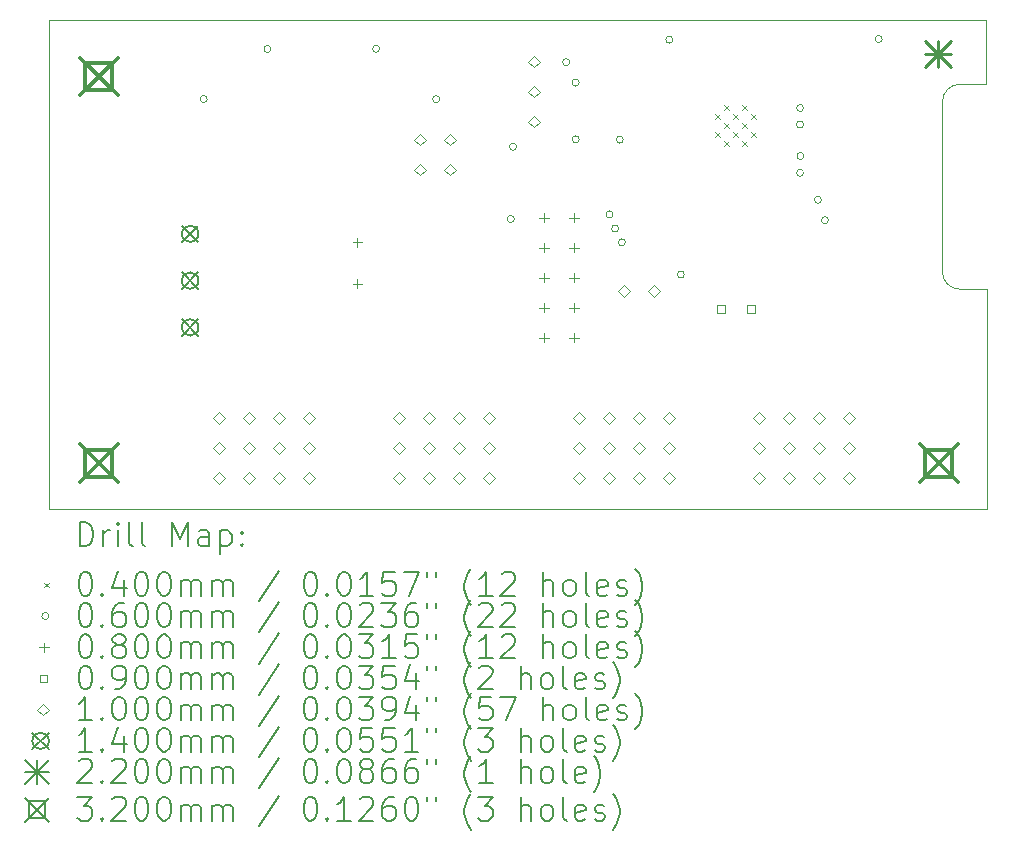
<source format=gbr>
%TF.GenerationSoftware,KiCad,Pcbnew,9.0.6*%
%TF.CreationDate,2026-01-30T17:04:59+01:00*%
%TF.ProjectId,ESP32_PWM_PCB,45535033-325f-4505-974d-5f5043422e6b,1.0*%
%TF.SameCoordinates,Original*%
%TF.FileFunction,Drillmap*%
%TF.FilePolarity,Positive*%
%FSLAX45Y45*%
G04 Gerber Fmt 4.5, Leading zero omitted, Abs format (unit mm)*
G04 Created by KiCad (PCBNEW 9.0.6) date 2026-01-30 17:04:59*
%MOMM*%
%LPD*%
G01*
G04 APERTURE LIST*
%ADD10C,0.050000*%
%ADD11C,0.200000*%
%ADD12C,0.100000*%
%ADD13C,0.140000*%
%ADD14C,0.220000*%
%ADD15C,0.320000*%
G04 APERTURE END LIST*
D10*
X18730000Y-12655000D02*
X10792500Y-12655000D01*
X18722340Y-9057640D02*
X18722340Y-8519160D01*
X18505200Y-9057640D02*
X18722340Y-9057640D01*
X18504150Y-10795000D02*
X18728690Y-10795000D01*
X18504150Y-10795000D02*
G75*
G02*
X18354150Y-10644890I0J150000D01*
G01*
X18355200Y-9207530D02*
G75*
G02*
X18505200Y-9057640I150000J-110D01*
G01*
X10792500Y-12655000D02*
X10792460Y-8519160D01*
X18728690Y-10795000D02*
X18730000Y-12655000D01*
X18354150Y-10644890D02*
X18355200Y-9207530D01*
X18722340Y-8519160D02*
X10792460Y-8519160D01*
D11*
D12*
X16432060Y-9310390D02*
X16472060Y-9350390D01*
X16472060Y-9310390D02*
X16432060Y-9350390D01*
X16432060Y-9462890D02*
X16472060Y-9502890D01*
X16472060Y-9462890D02*
X16432060Y-9502890D01*
X16508310Y-9234140D02*
X16548310Y-9274140D01*
X16548310Y-9234140D02*
X16508310Y-9274140D01*
X16508310Y-9386640D02*
X16548310Y-9426640D01*
X16548310Y-9386640D02*
X16508310Y-9426640D01*
X16508310Y-9539140D02*
X16548310Y-9579140D01*
X16548310Y-9539140D02*
X16508310Y-9579140D01*
X16584560Y-9310390D02*
X16624560Y-9350390D01*
X16624560Y-9310390D02*
X16584560Y-9350390D01*
X16584560Y-9462890D02*
X16624560Y-9502890D01*
X16624560Y-9462890D02*
X16584560Y-9502890D01*
X16660810Y-9234140D02*
X16700810Y-9274140D01*
X16700810Y-9234140D02*
X16660810Y-9274140D01*
X16660810Y-9386640D02*
X16700810Y-9426640D01*
X16700810Y-9386640D02*
X16660810Y-9426640D01*
X16660810Y-9539140D02*
X16700810Y-9579140D01*
X16700810Y-9539140D02*
X16660810Y-9579140D01*
X16737060Y-9310390D02*
X16777060Y-9350390D01*
X16777060Y-9310390D02*
X16737060Y-9350390D01*
X16737060Y-9462890D02*
X16777060Y-9502890D01*
X16777060Y-9462890D02*
X16737060Y-9502890D01*
X12130560Y-9184640D02*
G75*
G02*
X12070560Y-9184640I-30000J0D01*
G01*
X12070560Y-9184640D02*
G75*
G02*
X12130560Y-9184640I30000J0D01*
G01*
X12670000Y-8760000D02*
G75*
G02*
X12610000Y-8760000I-30000J0D01*
G01*
X12610000Y-8760000D02*
G75*
G02*
X12670000Y-8760000I30000J0D01*
G01*
X13590000Y-8758940D02*
G75*
G02*
X13530000Y-8758940I-30000J0D01*
G01*
X13530000Y-8758940D02*
G75*
G02*
X13590000Y-8758940I30000J0D01*
G01*
X14099060Y-9184640D02*
G75*
G02*
X14039060Y-9184640I-30000J0D01*
G01*
X14039060Y-9184640D02*
G75*
G02*
X14099060Y-9184640I30000J0D01*
G01*
X14730000Y-10200000D02*
G75*
G02*
X14670000Y-10200000I-30000J0D01*
G01*
X14670000Y-10200000D02*
G75*
G02*
X14730000Y-10200000I30000J0D01*
G01*
X14749269Y-9587400D02*
G75*
G02*
X14689269Y-9587400I-30000J0D01*
G01*
X14689269Y-9587400D02*
G75*
G02*
X14749269Y-9587400I30000J0D01*
G01*
X15199556Y-8871265D02*
G75*
G02*
X15139556Y-8871265I-30000J0D01*
G01*
X15139556Y-8871265D02*
G75*
G02*
X15199556Y-8871265I30000J0D01*
G01*
X15280160Y-9044940D02*
G75*
G02*
X15220160Y-9044940I-30000J0D01*
G01*
X15220160Y-9044940D02*
G75*
G02*
X15280160Y-9044940I30000J0D01*
G01*
X15280160Y-9525000D02*
G75*
G02*
X15220160Y-9525000I-30000J0D01*
G01*
X15220160Y-9525000D02*
G75*
G02*
X15280160Y-9525000I30000J0D01*
G01*
X15567044Y-10159607D02*
G75*
G02*
X15507044Y-10159607I-30000J0D01*
G01*
X15507044Y-10159607D02*
G75*
G02*
X15567044Y-10159607I30000J0D01*
G01*
X15614186Y-10280758D02*
G75*
G02*
X15554186Y-10280758I-30000J0D01*
G01*
X15554186Y-10280758D02*
G75*
G02*
X15614186Y-10280758I30000J0D01*
G01*
X15653540Y-9527540D02*
G75*
G02*
X15593540Y-9527540I-30000J0D01*
G01*
X15593540Y-9527540D02*
G75*
G02*
X15653540Y-9527540I30000J0D01*
G01*
X15671501Y-10397442D02*
G75*
G02*
X15611501Y-10397442I-30000J0D01*
G01*
X15611501Y-10397442D02*
G75*
G02*
X15671501Y-10397442I30000J0D01*
G01*
X16072640Y-8681720D02*
G75*
G02*
X16012640Y-8681720I-30000J0D01*
G01*
X16012640Y-8681720D02*
G75*
G02*
X16072640Y-8681720I30000J0D01*
G01*
X16170000Y-10670000D02*
G75*
G02*
X16110000Y-10670000I-30000J0D01*
G01*
X16110000Y-10670000D02*
G75*
G02*
X16170000Y-10670000I30000J0D01*
G01*
X17180000Y-9260000D02*
G75*
G02*
X17120000Y-9260000I-30000J0D01*
G01*
X17120000Y-9260000D02*
G75*
G02*
X17180000Y-9260000I30000J0D01*
G01*
X17180000Y-9400000D02*
G75*
G02*
X17120000Y-9400000I-30000J0D01*
G01*
X17120000Y-9400000D02*
G75*
G02*
X17180000Y-9400000I30000J0D01*
G01*
X17180000Y-9810000D02*
G75*
G02*
X17120000Y-9810000I-30000J0D01*
G01*
X17120000Y-9810000D02*
G75*
G02*
X17180000Y-9810000I30000J0D01*
G01*
X17182760Y-9667240D02*
G75*
G02*
X17122760Y-9667240I-30000J0D01*
G01*
X17122760Y-9667240D02*
G75*
G02*
X17182760Y-9667240I30000J0D01*
G01*
X17330960Y-10037640D02*
G75*
G02*
X17270960Y-10037640I-30000J0D01*
G01*
X17270960Y-10037640D02*
G75*
G02*
X17330960Y-10037640I30000J0D01*
G01*
X17390000Y-10210000D02*
G75*
G02*
X17330000Y-10210000I-30000J0D01*
G01*
X17330000Y-10210000D02*
G75*
G02*
X17390000Y-10210000I30000J0D01*
G01*
X17845560Y-8676640D02*
G75*
G02*
X17785560Y-8676640I-30000J0D01*
G01*
X17785560Y-8676640D02*
G75*
G02*
X17845560Y-8676640I30000J0D01*
G01*
X13401040Y-10356740D02*
X13401040Y-10436740D01*
X13361040Y-10396740D02*
X13441040Y-10396740D01*
X13401040Y-10706740D02*
X13401040Y-10786740D01*
X13361040Y-10746740D02*
X13441040Y-10746740D01*
X14982590Y-10148640D02*
X14982590Y-10228640D01*
X14942590Y-10188640D02*
X15022590Y-10188640D01*
X14982590Y-10402640D02*
X14982590Y-10482640D01*
X14942590Y-10442640D02*
X15022590Y-10442640D01*
X14982590Y-10656640D02*
X14982590Y-10736640D01*
X14942590Y-10696640D02*
X15022590Y-10696640D01*
X14982590Y-10910640D02*
X14982590Y-10990640D01*
X14942590Y-10950640D02*
X15022590Y-10950640D01*
X14982590Y-11164640D02*
X14982590Y-11244640D01*
X14942590Y-11204640D02*
X15022590Y-11204640D01*
X15236590Y-10148640D02*
X15236590Y-10228640D01*
X15196590Y-10188640D02*
X15276590Y-10188640D01*
X15236590Y-10402640D02*
X15236590Y-10482640D01*
X15196590Y-10442640D02*
X15276590Y-10442640D01*
X15236590Y-10656640D02*
X15236590Y-10736640D01*
X15196590Y-10696640D02*
X15276590Y-10696640D01*
X15236590Y-10910640D02*
X15236590Y-10990640D01*
X15196590Y-10950640D02*
X15276590Y-10950640D01*
X15236590Y-11164640D02*
X15236590Y-11244640D01*
X15196590Y-11204640D02*
X15276590Y-11204640D01*
X16513880Y-10994460D02*
X16513880Y-10930820D01*
X16450240Y-10930820D01*
X16450240Y-10994460D01*
X16513880Y-10994460D01*
X16767880Y-10994460D02*
X16767880Y-10930820D01*
X16704240Y-10930820D01*
X16704240Y-10994460D01*
X16767880Y-10994460D01*
X12227560Y-11937200D02*
X12277560Y-11887200D01*
X12227560Y-11837200D01*
X12177560Y-11887200D01*
X12227560Y-11937200D01*
X12227560Y-12191200D02*
X12277560Y-12141200D01*
X12227560Y-12091200D01*
X12177560Y-12141200D01*
X12227560Y-12191200D01*
X12227560Y-12445200D02*
X12277560Y-12395200D01*
X12227560Y-12345200D01*
X12177560Y-12395200D01*
X12227560Y-12445200D01*
X12481560Y-11937200D02*
X12531560Y-11887200D01*
X12481560Y-11837200D01*
X12431560Y-11887200D01*
X12481560Y-11937200D01*
X12481560Y-12191200D02*
X12531560Y-12141200D01*
X12481560Y-12091200D01*
X12431560Y-12141200D01*
X12481560Y-12191200D01*
X12481560Y-12445200D02*
X12531560Y-12395200D01*
X12481560Y-12345200D01*
X12431560Y-12395200D01*
X12481560Y-12445200D01*
X12735560Y-11937200D02*
X12785560Y-11887200D01*
X12735560Y-11837200D01*
X12685560Y-11887200D01*
X12735560Y-11937200D01*
X12735560Y-12191200D02*
X12785560Y-12141200D01*
X12735560Y-12091200D01*
X12685560Y-12141200D01*
X12735560Y-12191200D01*
X12735560Y-12445200D02*
X12785560Y-12395200D01*
X12735560Y-12345200D01*
X12685560Y-12395200D01*
X12735560Y-12445200D01*
X12989560Y-11937200D02*
X13039560Y-11887200D01*
X12989560Y-11837200D01*
X12939560Y-11887200D01*
X12989560Y-11937200D01*
X12989560Y-12191200D02*
X13039560Y-12141200D01*
X12989560Y-12091200D01*
X12939560Y-12141200D01*
X12989560Y-12191200D01*
X12989560Y-12445200D02*
X13039560Y-12395200D01*
X12989560Y-12345200D01*
X12939560Y-12395200D01*
X12989560Y-12445200D01*
X13751560Y-11937200D02*
X13801560Y-11887200D01*
X13751560Y-11837200D01*
X13701560Y-11887200D01*
X13751560Y-11937200D01*
X13751560Y-12191200D02*
X13801560Y-12141200D01*
X13751560Y-12091200D01*
X13701560Y-12141200D01*
X13751560Y-12191200D01*
X13751560Y-12445200D02*
X13801560Y-12395200D01*
X13751560Y-12345200D01*
X13701560Y-12395200D01*
X13751560Y-12445200D01*
X13929360Y-9577540D02*
X13979360Y-9527540D01*
X13929360Y-9477540D01*
X13879360Y-9527540D01*
X13929360Y-9577540D01*
X13929360Y-9831540D02*
X13979360Y-9781540D01*
X13929360Y-9731540D01*
X13879360Y-9781540D01*
X13929360Y-9831540D01*
X14005560Y-11937200D02*
X14055560Y-11887200D01*
X14005560Y-11837200D01*
X13955560Y-11887200D01*
X14005560Y-11937200D01*
X14005560Y-12191200D02*
X14055560Y-12141200D01*
X14005560Y-12091200D01*
X13955560Y-12141200D01*
X14005560Y-12191200D01*
X14005560Y-12445200D02*
X14055560Y-12395200D01*
X14005560Y-12345200D01*
X13955560Y-12395200D01*
X14005560Y-12445200D01*
X14183360Y-9577540D02*
X14233360Y-9527540D01*
X14183360Y-9477540D01*
X14133360Y-9527540D01*
X14183360Y-9577540D01*
X14183360Y-9831540D02*
X14233360Y-9781540D01*
X14183360Y-9731540D01*
X14133360Y-9781540D01*
X14183360Y-9831540D01*
X14259560Y-11937200D02*
X14309560Y-11887200D01*
X14259560Y-11837200D01*
X14209560Y-11887200D01*
X14259560Y-11937200D01*
X14259560Y-12191200D02*
X14309560Y-12141200D01*
X14259560Y-12091200D01*
X14209560Y-12141200D01*
X14259560Y-12191200D01*
X14259560Y-12445200D02*
X14309560Y-12395200D01*
X14259560Y-12345200D01*
X14209560Y-12395200D01*
X14259560Y-12445200D01*
X14513560Y-11937200D02*
X14563560Y-11887200D01*
X14513560Y-11837200D01*
X14463560Y-11887200D01*
X14513560Y-11937200D01*
X14513560Y-12191200D02*
X14563560Y-12141200D01*
X14513560Y-12091200D01*
X14463560Y-12141200D01*
X14513560Y-12191200D01*
X14513560Y-12445200D02*
X14563560Y-12395200D01*
X14513560Y-12345200D01*
X14463560Y-12395200D01*
X14513560Y-12445200D01*
X14894560Y-8917140D02*
X14944560Y-8867140D01*
X14894560Y-8817140D01*
X14844560Y-8867140D01*
X14894560Y-8917140D01*
X14894560Y-9171140D02*
X14944560Y-9121140D01*
X14894560Y-9071140D01*
X14844560Y-9121140D01*
X14894560Y-9171140D01*
X14894560Y-9425140D02*
X14944560Y-9375140D01*
X14894560Y-9325140D01*
X14844560Y-9375140D01*
X14894560Y-9425140D01*
X15275560Y-11937200D02*
X15325560Y-11887200D01*
X15275560Y-11837200D01*
X15225560Y-11887200D01*
X15275560Y-11937200D01*
X15275560Y-12191200D02*
X15325560Y-12141200D01*
X15275560Y-12091200D01*
X15225560Y-12141200D01*
X15275560Y-12191200D01*
X15275560Y-12445200D02*
X15325560Y-12395200D01*
X15275560Y-12345200D01*
X15225560Y-12395200D01*
X15275560Y-12445200D01*
X15529560Y-11937200D02*
X15579560Y-11887200D01*
X15529560Y-11837200D01*
X15479560Y-11887200D01*
X15529560Y-11937200D01*
X15529560Y-12191200D02*
X15579560Y-12141200D01*
X15529560Y-12091200D01*
X15479560Y-12141200D01*
X15529560Y-12191200D01*
X15529560Y-12445200D02*
X15579560Y-12395200D01*
X15529560Y-12345200D01*
X15479560Y-12395200D01*
X15529560Y-12445200D01*
X15657060Y-10860240D02*
X15707060Y-10810240D01*
X15657060Y-10760240D01*
X15607060Y-10810240D01*
X15657060Y-10860240D01*
X15783560Y-11937200D02*
X15833560Y-11887200D01*
X15783560Y-11837200D01*
X15733560Y-11887200D01*
X15783560Y-11937200D01*
X15783560Y-12191200D02*
X15833560Y-12141200D01*
X15783560Y-12091200D01*
X15733560Y-12141200D01*
X15783560Y-12191200D01*
X15783560Y-12445200D02*
X15833560Y-12395200D01*
X15783560Y-12345200D01*
X15733560Y-12395200D01*
X15783560Y-12445200D01*
X15911060Y-10860240D02*
X15961060Y-10810240D01*
X15911060Y-10760240D01*
X15861060Y-10810240D01*
X15911060Y-10860240D01*
X16037560Y-11937200D02*
X16087560Y-11887200D01*
X16037560Y-11837200D01*
X15987560Y-11887200D01*
X16037560Y-11937200D01*
X16037560Y-12191200D02*
X16087560Y-12141200D01*
X16037560Y-12091200D01*
X15987560Y-12141200D01*
X16037560Y-12191200D01*
X16037560Y-12445200D02*
X16087560Y-12395200D01*
X16037560Y-12345200D01*
X15987560Y-12395200D01*
X16037560Y-12445200D01*
X16799560Y-11937200D02*
X16849560Y-11887200D01*
X16799560Y-11837200D01*
X16749560Y-11887200D01*
X16799560Y-11937200D01*
X16799560Y-12191200D02*
X16849560Y-12141200D01*
X16799560Y-12091200D01*
X16749560Y-12141200D01*
X16799560Y-12191200D01*
X16799560Y-12445200D02*
X16849560Y-12395200D01*
X16799560Y-12345200D01*
X16749560Y-12395200D01*
X16799560Y-12445200D01*
X17053560Y-11937200D02*
X17103560Y-11887200D01*
X17053560Y-11837200D01*
X17003560Y-11887200D01*
X17053560Y-11937200D01*
X17053560Y-12191200D02*
X17103560Y-12141200D01*
X17053560Y-12091200D01*
X17003560Y-12141200D01*
X17053560Y-12191200D01*
X17053560Y-12445200D02*
X17103560Y-12395200D01*
X17053560Y-12345200D01*
X17003560Y-12395200D01*
X17053560Y-12445200D01*
X17307560Y-11937200D02*
X17357560Y-11887200D01*
X17307560Y-11837200D01*
X17257560Y-11887200D01*
X17307560Y-11937200D01*
X17307560Y-12191200D02*
X17357560Y-12141200D01*
X17307560Y-12091200D01*
X17257560Y-12141200D01*
X17307560Y-12191200D01*
X17307560Y-12445200D02*
X17357560Y-12395200D01*
X17307560Y-12345200D01*
X17257560Y-12395200D01*
X17307560Y-12445200D01*
X17561560Y-11937200D02*
X17611560Y-11887200D01*
X17561560Y-11837200D01*
X17511560Y-11887200D01*
X17561560Y-11937200D01*
X17561560Y-12191200D02*
X17611560Y-12141200D01*
X17561560Y-12091200D01*
X17511560Y-12141200D01*
X17561560Y-12191200D01*
X17561560Y-12445200D02*
X17611560Y-12395200D01*
X17561560Y-12345200D01*
X17511560Y-12395200D01*
X17561560Y-12445200D01*
D13*
X11916260Y-10255340D02*
X12056260Y-10395340D01*
X12056260Y-10255340D02*
X11916260Y-10395340D01*
X12056260Y-10325340D02*
G75*
G02*
X11916260Y-10325340I-70000J0D01*
G01*
X11916260Y-10325340D02*
G75*
G02*
X12056260Y-10325340I70000J0D01*
G01*
X11916260Y-10651340D02*
X12056260Y-10791340D01*
X12056260Y-10651340D02*
X11916260Y-10791340D01*
X12056260Y-10721340D02*
G75*
G02*
X11916260Y-10721340I-70000J0D01*
G01*
X11916260Y-10721340D02*
G75*
G02*
X12056260Y-10721340I70000J0D01*
G01*
X11916260Y-11047340D02*
X12056260Y-11187340D01*
X12056260Y-11047340D02*
X11916260Y-11187340D01*
X12056260Y-11117340D02*
G75*
G02*
X11916260Y-11117340I-70000J0D01*
G01*
X11916260Y-11117340D02*
G75*
G02*
X12056260Y-11117340I70000J0D01*
G01*
D14*
X18211020Y-8693640D02*
X18431020Y-8913640D01*
X18431020Y-8693640D02*
X18211020Y-8913640D01*
X18321020Y-8693640D02*
X18321020Y-8913640D01*
X18211020Y-8803640D02*
X18431020Y-8803640D01*
D15*
X11051560Y-8834140D02*
X11371560Y-9154140D01*
X11371560Y-8834140D02*
X11051560Y-9154140D01*
X11324698Y-9107278D02*
X11324698Y-8881002D01*
X11098422Y-8881002D01*
X11098422Y-9107278D01*
X11324698Y-9107278D01*
X11051560Y-12108200D02*
X11371560Y-12428200D01*
X11371560Y-12108200D02*
X11051560Y-12428200D01*
X11324698Y-12381338D02*
X11324698Y-12155062D01*
X11098422Y-12155062D01*
X11098422Y-12381338D01*
X11324698Y-12381338D01*
X18163560Y-12108200D02*
X18483560Y-12428200D01*
X18483560Y-12108200D02*
X18163560Y-12428200D01*
X18436698Y-12381338D02*
X18436698Y-12155062D01*
X18210422Y-12155062D01*
X18210422Y-12381338D01*
X18436698Y-12381338D01*
D11*
X11050737Y-12968984D02*
X11050737Y-12768984D01*
X11050737Y-12768984D02*
X11098356Y-12768984D01*
X11098356Y-12768984D02*
X11126927Y-12778508D01*
X11126927Y-12778508D02*
X11145975Y-12797555D01*
X11145975Y-12797555D02*
X11155499Y-12816603D01*
X11155499Y-12816603D02*
X11165023Y-12854698D01*
X11165023Y-12854698D02*
X11165023Y-12883269D01*
X11165023Y-12883269D02*
X11155499Y-12921365D01*
X11155499Y-12921365D02*
X11145975Y-12940412D01*
X11145975Y-12940412D02*
X11126927Y-12959460D01*
X11126927Y-12959460D02*
X11098356Y-12968984D01*
X11098356Y-12968984D02*
X11050737Y-12968984D01*
X11250737Y-12968984D02*
X11250737Y-12835650D01*
X11250737Y-12873746D02*
X11260261Y-12854698D01*
X11260261Y-12854698D02*
X11269784Y-12845174D01*
X11269784Y-12845174D02*
X11288832Y-12835650D01*
X11288832Y-12835650D02*
X11307880Y-12835650D01*
X11374546Y-12968984D02*
X11374546Y-12835650D01*
X11374546Y-12768984D02*
X11365022Y-12778508D01*
X11365022Y-12778508D02*
X11374546Y-12788031D01*
X11374546Y-12788031D02*
X11384070Y-12778508D01*
X11384070Y-12778508D02*
X11374546Y-12768984D01*
X11374546Y-12768984D02*
X11374546Y-12788031D01*
X11498356Y-12968984D02*
X11479308Y-12959460D01*
X11479308Y-12959460D02*
X11469784Y-12940412D01*
X11469784Y-12940412D02*
X11469784Y-12768984D01*
X11603118Y-12968984D02*
X11584070Y-12959460D01*
X11584070Y-12959460D02*
X11574546Y-12940412D01*
X11574546Y-12940412D02*
X11574546Y-12768984D01*
X11831689Y-12968984D02*
X11831689Y-12768984D01*
X11831689Y-12768984D02*
X11898356Y-12911841D01*
X11898356Y-12911841D02*
X11965022Y-12768984D01*
X11965022Y-12768984D02*
X11965022Y-12968984D01*
X12145975Y-12968984D02*
X12145975Y-12864222D01*
X12145975Y-12864222D02*
X12136451Y-12845174D01*
X12136451Y-12845174D02*
X12117403Y-12835650D01*
X12117403Y-12835650D02*
X12079308Y-12835650D01*
X12079308Y-12835650D02*
X12060261Y-12845174D01*
X12145975Y-12959460D02*
X12126927Y-12968984D01*
X12126927Y-12968984D02*
X12079308Y-12968984D01*
X12079308Y-12968984D02*
X12060261Y-12959460D01*
X12060261Y-12959460D02*
X12050737Y-12940412D01*
X12050737Y-12940412D02*
X12050737Y-12921365D01*
X12050737Y-12921365D02*
X12060261Y-12902317D01*
X12060261Y-12902317D02*
X12079308Y-12892793D01*
X12079308Y-12892793D02*
X12126927Y-12892793D01*
X12126927Y-12892793D02*
X12145975Y-12883269D01*
X12241213Y-12835650D02*
X12241213Y-13035650D01*
X12241213Y-12845174D02*
X12260261Y-12835650D01*
X12260261Y-12835650D02*
X12298356Y-12835650D01*
X12298356Y-12835650D02*
X12317403Y-12845174D01*
X12317403Y-12845174D02*
X12326927Y-12854698D01*
X12326927Y-12854698D02*
X12336451Y-12873746D01*
X12336451Y-12873746D02*
X12336451Y-12930888D01*
X12336451Y-12930888D02*
X12326927Y-12949936D01*
X12326927Y-12949936D02*
X12317403Y-12959460D01*
X12317403Y-12959460D02*
X12298356Y-12968984D01*
X12298356Y-12968984D02*
X12260261Y-12968984D01*
X12260261Y-12968984D02*
X12241213Y-12959460D01*
X12422165Y-12949936D02*
X12431689Y-12959460D01*
X12431689Y-12959460D02*
X12422165Y-12968984D01*
X12422165Y-12968984D02*
X12412642Y-12959460D01*
X12412642Y-12959460D02*
X12422165Y-12949936D01*
X12422165Y-12949936D02*
X12422165Y-12968984D01*
X12422165Y-12845174D02*
X12431689Y-12854698D01*
X12431689Y-12854698D02*
X12422165Y-12864222D01*
X12422165Y-12864222D02*
X12412642Y-12854698D01*
X12412642Y-12854698D02*
X12422165Y-12845174D01*
X12422165Y-12845174D02*
X12422165Y-12864222D01*
D12*
X10749960Y-13277500D02*
X10789960Y-13317500D01*
X10789960Y-13277500D02*
X10749960Y-13317500D01*
D11*
X11088832Y-13188984D02*
X11107880Y-13188984D01*
X11107880Y-13188984D02*
X11126927Y-13198508D01*
X11126927Y-13198508D02*
X11136451Y-13208031D01*
X11136451Y-13208031D02*
X11145975Y-13227079D01*
X11145975Y-13227079D02*
X11155499Y-13265174D01*
X11155499Y-13265174D02*
X11155499Y-13312793D01*
X11155499Y-13312793D02*
X11145975Y-13350888D01*
X11145975Y-13350888D02*
X11136451Y-13369936D01*
X11136451Y-13369936D02*
X11126927Y-13379460D01*
X11126927Y-13379460D02*
X11107880Y-13388984D01*
X11107880Y-13388984D02*
X11088832Y-13388984D01*
X11088832Y-13388984D02*
X11069784Y-13379460D01*
X11069784Y-13379460D02*
X11060261Y-13369936D01*
X11060261Y-13369936D02*
X11050737Y-13350888D01*
X11050737Y-13350888D02*
X11041213Y-13312793D01*
X11041213Y-13312793D02*
X11041213Y-13265174D01*
X11041213Y-13265174D02*
X11050737Y-13227079D01*
X11050737Y-13227079D02*
X11060261Y-13208031D01*
X11060261Y-13208031D02*
X11069784Y-13198508D01*
X11069784Y-13198508D02*
X11088832Y-13188984D01*
X11241213Y-13369936D02*
X11250737Y-13379460D01*
X11250737Y-13379460D02*
X11241213Y-13388984D01*
X11241213Y-13388984D02*
X11231689Y-13379460D01*
X11231689Y-13379460D02*
X11241213Y-13369936D01*
X11241213Y-13369936D02*
X11241213Y-13388984D01*
X11422165Y-13255650D02*
X11422165Y-13388984D01*
X11374546Y-13179460D02*
X11326927Y-13322317D01*
X11326927Y-13322317D02*
X11450737Y-13322317D01*
X11565022Y-13188984D02*
X11584070Y-13188984D01*
X11584070Y-13188984D02*
X11603118Y-13198508D01*
X11603118Y-13198508D02*
X11612642Y-13208031D01*
X11612642Y-13208031D02*
X11622165Y-13227079D01*
X11622165Y-13227079D02*
X11631689Y-13265174D01*
X11631689Y-13265174D02*
X11631689Y-13312793D01*
X11631689Y-13312793D02*
X11622165Y-13350888D01*
X11622165Y-13350888D02*
X11612642Y-13369936D01*
X11612642Y-13369936D02*
X11603118Y-13379460D01*
X11603118Y-13379460D02*
X11584070Y-13388984D01*
X11584070Y-13388984D02*
X11565022Y-13388984D01*
X11565022Y-13388984D02*
X11545975Y-13379460D01*
X11545975Y-13379460D02*
X11536451Y-13369936D01*
X11536451Y-13369936D02*
X11526927Y-13350888D01*
X11526927Y-13350888D02*
X11517403Y-13312793D01*
X11517403Y-13312793D02*
X11517403Y-13265174D01*
X11517403Y-13265174D02*
X11526927Y-13227079D01*
X11526927Y-13227079D02*
X11536451Y-13208031D01*
X11536451Y-13208031D02*
X11545975Y-13198508D01*
X11545975Y-13198508D02*
X11565022Y-13188984D01*
X11755499Y-13188984D02*
X11774546Y-13188984D01*
X11774546Y-13188984D02*
X11793594Y-13198508D01*
X11793594Y-13198508D02*
X11803118Y-13208031D01*
X11803118Y-13208031D02*
X11812642Y-13227079D01*
X11812642Y-13227079D02*
X11822165Y-13265174D01*
X11822165Y-13265174D02*
X11822165Y-13312793D01*
X11822165Y-13312793D02*
X11812642Y-13350888D01*
X11812642Y-13350888D02*
X11803118Y-13369936D01*
X11803118Y-13369936D02*
X11793594Y-13379460D01*
X11793594Y-13379460D02*
X11774546Y-13388984D01*
X11774546Y-13388984D02*
X11755499Y-13388984D01*
X11755499Y-13388984D02*
X11736451Y-13379460D01*
X11736451Y-13379460D02*
X11726927Y-13369936D01*
X11726927Y-13369936D02*
X11717403Y-13350888D01*
X11717403Y-13350888D02*
X11707880Y-13312793D01*
X11707880Y-13312793D02*
X11707880Y-13265174D01*
X11707880Y-13265174D02*
X11717403Y-13227079D01*
X11717403Y-13227079D02*
X11726927Y-13208031D01*
X11726927Y-13208031D02*
X11736451Y-13198508D01*
X11736451Y-13198508D02*
X11755499Y-13188984D01*
X11907880Y-13388984D02*
X11907880Y-13255650D01*
X11907880Y-13274698D02*
X11917403Y-13265174D01*
X11917403Y-13265174D02*
X11936451Y-13255650D01*
X11936451Y-13255650D02*
X11965023Y-13255650D01*
X11965023Y-13255650D02*
X11984070Y-13265174D01*
X11984070Y-13265174D02*
X11993594Y-13284222D01*
X11993594Y-13284222D02*
X11993594Y-13388984D01*
X11993594Y-13284222D02*
X12003118Y-13265174D01*
X12003118Y-13265174D02*
X12022165Y-13255650D01*
X12022165Y-13255650D02*
X12050737Y-13255650D01*
X12050737Y-13255650D02*
X12069784Y-13265174D01*
X12069784Y-13265174D02*
X12079308Y-13284222D01*
X12079308Y-13284222D02*
X12079308Y-13388984D01*
X12174546Y-13388984D02*
X12174546Y-13255650D01*
X12174546Y-13274698D02*
X12184070Y-13265174D01*
X12184070Y-13265174D02*
X12203118Y-13255650D01*
X12203118Y-13255650D02*
X12231689Y-13255650D01*
X12231689Y-13255650D02*
X12250737Y-13265174D01*
X12250737Y-13265174D02*
X12260261Y-13284222D01*
X12260261Y-13284222D02*
X12260261Y-13388984D01*
X12260261Y-13284222D02*
X12269784Y-13265174D01*
X12269784Y-13265174D02*
X12288832Y-13255650D01*
X12288832Y-13255650D02*
X12317403Y-13255650D01*
X12317403Y-13255650D02*
X12336451Y-13265174D01*
X12336451Y-13265174D02*
X12345975Y-13284222D01*
X12345975Y-13284222D02*
X12345975Y-13388984D01*
X12736451Y-13179460D02*
X12565023Y-13436603D01*
X12993594Y-13188984D02*
X13012642Y-13188984D01*
X13012642Y-13188984D02*
X13031689Y-13198508D01*
X13031689Y-13198508D02*
X13041213Y-13208031D01*
X13041213Y-13208031D02*
X13050737Y-13227079D01*
X13050737Y-13227079D02*
X13060261Y-13265174D01*
X13060261Y-13265174D02*
X13060261Y-13312793D01*
X13060261Y-13312793D02*
X13050737Y-13350888D01*
X13050737Y-13350888D02*
X13041213Y-13369936D01*
X13041213Y-13369936D02*
X13031689Y-13379460D01*
X13031689Y-13379460D02*
X13012642Y-13388984D01*
X13012642Y-13388984D02*
X12993594Y-13388984D01*
X12993594Y-13388984D02*
X12974546Y-13379460D01*
X12974546Y-13379460D02*
X12965023Y-13369936D01*
X12965023Y-13369936D02*
X12955499Y-13350888D01*
X12955499Y-13350888D02*
X12945975Y-13312793D01*
X12945975Y-13312793D02*
X12945975Y-13265174D01*
X12945975Y-13265174D02*
X12955499Y-13227079D01*
X12955499Y-13227079D02*
X12965023Y-13208031D01*
X12965023Y-13208031D02*
X12974546Y-13198508D01*
X12974546Y-13198508D02*
X12993594Y-13188984D01*
X13145975Y-13369936D02*
X13155499Y-13379460D01*
X13155499Y-13379460D02*
X13145975Y-13388984D01*
X13145975Y-13388984D02*
X13136451Y-13379460D01*
X13136451Y-13379460D02*
X13145975Y-13369936D01*
X13145975Y-13369936D02*
X13145975Y-13388984D01*
X13279308Y-13188984D02*
X13298356Y-13188984D01*
X13298356Y-13188984D02*
X13317404Y-13198508D01*
X13317404Y-13198508D02*
X13326927Y-13208031D01*
X13326927Y-13208031D02*
X13336451Y-13227079D01*
X13336451Y-13227079D02*
X13345975Y-13265174D01*
X13345975Y-13265174D02*
X13345975Y-13312793D01*
X13345975Y-13312793D02*
X13336451Y-13350888D01*
X13336451Y-13350888D02*
X13326927Y-13369936D01*
X13326927Y-13369936D02*
X13317404Y-13379460D01*
X13317404Y-13379460D02*
X13298356Y-13388984D01*
X13298356Y-13388984D02*
X13279308Y-13388984D01*
X13279308Y-13388984D02*
X13260261Y-13379460D01*
X13260261Y-13379460D02*
X13250737Y-13369936D01*
X13250737Y-13369936D02*
X13241213Y-13350888D01*
X13241213Y-13350888D02*
X13231689Y-13312793D01*
X13231689Y-13312793D02*
X13231689Y-13265174D01*
X13231689Y-13265174D02*
X13241213Y-13227079D01*
X13241213Y-13227079D02*
X13250737Y-13208031D01*
X13250737Y-13208031D02*
X13260261Y-13198508D01*
X13260261Y-13198508D02*
X13279308Y-13188984D01*
X13536451Y-13388984D02*
X13422166Y-13388984D01*
X13479308Y-13388984D02*
X13479308Y-13188984D01*
X13479308Y-13188984D02*
X13460261Y-13217555D01*
X13460261Y-13217555D02*
X13441213Y-13236603D01*
X13441213Y-13236603D02*
X13422166Y-13246127D01*
X13717404Y-13188984D02*
X13622166Y-13188984D01*
X13622166Y-13188984D02*
X13612642Y-13284222D01*
X13612642Y-13284222D02*
X13622166Y-13274698D01*
X13622166Y-13274698D02*
X13641213Y-13265174D01*
X13641213Y-13265174D02*
X13688832Y-13265174D01*
X13688832Y-13265174D02*
X13707880Y-13274698D01*
X13707880Y-13274698D02*
X13717404Y-13284222D01*
X13717404Y-13284222D02*
X13726927Y-13303269D01*
X13726927Y-13303269D02*
X13726927Y-13350888D01*
X13726927Y-13350888D02*
X13717404Y-13369936D01*
X13717404Y-13369936D02*
X13707880Y-13379460D01*
X13707880Y-13379460D02*
X13688832Y-13388984D01*
X13688832Y-13388984D02*
X13641213Y-13388984D01*
X13641213Y-13388984D02*
X13622166Y-13379460D01*
X13622166Y-13379460D02*
X13612642Y-13369936D01*
X13793594Y-13188984D02*
X13926927Y-13188984D01*
X13926927Y-13188984D02*
X13841213Y-13388984D01*
X13993594Y-13188984D02*
X13993594Y-13227079D01*
X14069785Y-13188984D02*
X14069785Y-13227079D01*
X14365023Y-13465174D02*
X14355499Y-13455650D01*
X14355499Y-13455650D02*
X14336451Y-13427079D01*
X14336451Y-13427079D02*
X14326928Y-13408031D01*
X14326928Y-13408031D02*
X14317404Y-13379460D01*
X14317404Y-13379460D02*
X14307880Y-13331841D01*
X14307880Y-13331841D02*
X14307880Y-13293746D01*
X14307880Y-13293746D02*
X14317404Y-13246127D01*
X14317404Y-13246127D02*
X14326928Y-13217555D01*
X14326928Y-13217555D02*
X14336451Y-13198508D01*
X14336451Y-13198508D02*
X14355499Y-13169936D01*
X14355499Y-13169936D02*
X14365023Y-13160412D01*
X14545975Y-13388984D02*
X14431689Y-13388984D01*
X14488832Y-13388984D02*
X14488832Y-13188984D01*
X14488832Y-13188984D02*
X14469785Y-13217555D01*
X14469785Y-13217555D02*
X14450737Y-13236603D01*
X14450737Y-13236603D02*
X14431689Y-13246127D01*
X14622166Y-13208031D02*
X14631689Y-13198508D01*
X14631689Y-13198508D02*
X14650737Y-13188984D01*
X14650737Y-13188984D02*
X14698356Y-13188984D01*
X14698356Y-13188984D02*
X14717404Y-13198508D01*
X14717404Y-13198508D02*
X14726928Y-13208031D01*
X14726928Y-13208031D02*
X14736451Y-13227079D01*
X14736451Y-13227079D02*
X14736451Y-13246127D01*
X14736451Y-13246127D02*
X14726928Y-13274698D01*
X14726928Y-13274698D02*
X14612642Y-13388984D01*
X14612642Y-13388984D02*
X14736451Y-13388984D01*
X14974547Y-13388984D02*
X14974547Y-13188984D01*
X15060261Y-13388984D02*
X15060261Y-13284222D01*
X15060261Y-13284222D02*
X15050737Y-13265174D01*
X15050737Y-13265174D02*
X15031690Y-13255650D01*
X15031690Y-13255650D02*
X15003118Y-13255650D01*
X15003118Y-13255650D02*
X14984070Y-13265174D01*
X14984070Y-13265174D02*
X14974547Y-13274698D01*
X15184070Y-13388984D02*
X15165023Y-13379460D01*
X15165023Y-13379460D02*
X15155499Y-13369936D01*
X15155499Y-13369936D02*
X15145975Y-13350888D01*
X15145975Y-13350888D02*
X15145975Y-13293746D01*
X15145975Y-13293746D02*
X15155499Y-13274698D01*
X15155499Y-13274698D02*
X15165023Y-13265174D01*
X15165023Y-13265174D02*
X15184070Y-13255650D01*
X15184070Y-13255650D02*
X15212642Y-13255650D01*
X15212642Y-13255650D02*
X15231690Y-13265174D01*
X15231690Y-13265174D02*
X15241213Y-13274698D01*
X15241213Y-13274698D02*
X15250737Y-13293746D01*
X15250737Y-13293746D02*
X15250737Y-13350888D01*
X15250737Y-13350888D02*
X15241213Y-13369936D01*
X15241213Y-13369936D02*
X15231690Y-13379460D01*
X15231690Y-13379460D02*
X15212642Y-13388984D01*
X15212642Y-13388984D02*
X15184070Y-13388984D01*
X15365023Y-13388984D02*
X15345975Y-13379460D01*
X15345975Y-13379460D02*
X15336451Y-13360412D01*
X15336451Y-13360412D02*
X15336451Y-13188984D01*
X15517404Y-13379460D02*
X15498356Y-13388984D01*
X15498356Y-13388984D02*
X15460261Y-13388984D01*
X15460261Y-13388984D02*
X15441213Y-13379460D01*
X15441213Y-13379460D02*
X15431690Y-13360412D01*
X15431690Y-13360412D02*
X15431690Y-13284222D01*
X15431690Y-13284222D02*
X15441213Y-13265174D01*
X15441213Y-13265174D02*
X15460261Y-13255650D01*
X15460261Y-13255650D02*
X15498356Y-13255650D01*
X15498356Y-13255650D02*
X15517404Y-13265174D01*
X15517404Y-13265174D02*
X15526928Y-13284222D01*
X15526928Y-13284222D02*
X15526928Y-13303269D01*
X15526928Y-13303269D02*
X15431690Y-13322317D01*
X15603118Y-13379460D02*
X15622166Y-13388984D01*
X15622166Y-13388984D02*
X15660261Y-13388984D01*
X15660261Y-13388984D02*
X15679309Y-13379460D01*
X15679309Y-13379460D02*
X15688832Y-13360412D01*
X15688832Y-13360412D02*
X15688832Y-13350888D01*
X15688832Y-13350888D02*
X15679309Y-13331841D01*
X15679309Y-13331841D02*
X15660261Y-13322317D01*
X15660261Y-13322317D02*
X15631690Y-13322317D01*
X15631690Y-13322317D02*
X15612642Y-13312793D01*
X15612642Y-13312793D02*
X15603118Y-13293746D01*
X15603118Y-13293746D02*
X15603118Y-13284222D01*
X15603118Y-13284222D02*
X15612642Y-13265174D01*
X15612642Y-13265174D02*
X15631690Y-13255650D01*
X15631690Y-13255650D02*
X15660261Y-13255650D01*
X15660261Y-13255650D02*
X15679309Y-13265174D01*
X15755499Y-13465174D02*
X15765023Y-13455650D01*
X15765023Y-13455650D02*
X15784071Y-13427079D01*
X15784071Y-13427079D02*
X15793594Y-13408031D01*
X15793594Y-13408031D02*
X15803118Y-13379460D01*
X15803118Y-13379460D02*
X15812642Y-13331841D01*
X15812642Y-13331841D02*
X15812642Y-13293746D01*
X15812642Y-13293746D02*
X15803118Y-13246127D01*
X15803118Y-13246127D02*
X15793594Y-13217555D01*
X15793594Y-13217555D02*
X15784071Y-13198508D01*
X15784071Y-13198508D02*
X15765023Y-13169936D01*
X15765023Y-13169936D02*
X15755499Y-13160412D01*
D12*
X10789960Y-13561500D02*
G75*
G02*
X10729960Y-13561500I-30000J0D01*
G01*
X10729960Y-13561500D02*
G75*
G02*
X10789960Y-13561500I30000J0D01*
G01*
D11*
X11088832Y-13452984D02*
X11107880Y-13452984D01*
X11107880Y-13452984D02*
X11126927Y-13462508D01*
X11126927Y-13462508D02*
X11136451Y-13472031D01*
X11136451Y-13472031D02*
X11145975Y-13491079D01*
X11145975Y-13491079D02*
X11155499Y-13529174D01*
X11155499Y-13529174D02*
X11155499Y-13576793D01*
X11155499Y-13576793D02*
X11145975Y-13614888D01*
X11145975Y-13614888D02*
X11136451Y-13633936D01*
X11136451Y-13633936D02*
X11126927Y-13643460D01*
X11126927Y-13643460D02*
X11107880Y-13652984D01*
X11107880Y-13652984D02*
X11088832Y-13652984D01*
X11088832Y-13652984D02*
X11069784Y-13643460D01*
X11069784Y-13643460D02*
X11060261Y-13633936D01*
X11060261Y-13633936D02*
X11050737Y-13614888D01*
X11050737Y-13614888D02*
X11041213Y-13576793D01*
X11041213Y-13576793D02*
X11041213Y-13529174D01*
X11041213Y-13529174D02*
X11050737Y-13491079D01*
X11050737Y-13491079D02*
X11060261Y-13472031D01*
X11060261Y-13472031D02*
X11069784Y-13462508D01*
X11069784Y-13462508D02*
X11088832Y-13452984D01*
X11241213Y-13633936D02*
X11250737Y-13643460D01*
X11250737Y-13643460D02*
X11241213Y-13652984D01*
X11241213Y-13652984D02*
X11231689Y-13643460D01*
X11231689Y-13643460D02*
X11241213Y-13633936D01*
X11241213Y-13633936D02*
X11241213Y-13652984D01*
X11422165Y-13452984D02*
X11384070Y-13452984D01*
X11384070Y-13452984D02*
X11365022Y-13462508D01*
X11365022Y-13462508D02*
X11355499Y-13472031D01*
X11355499Y-13472031D02*
X11336451Y-13500603D01*
X11336451Y-13500603D02*
X11326927Y-13538698D01*
X11326927Y-13538698D02*
X11326927Y-13614888D01*
X11326927Y-13614888D02*
X11336451Y-13633936D01*
X11336451Y-13633936D02*
X11345975Y-13643460D01*
X11345975Y-13643460D02*
X11365022Y-13652984D01*
X11365022Y-13652984D02*
X11403118Y-13652984D01*
X11403118Y-13652984D02*
X11422165Y-13643460D01*
X11422165Y-13643460D02*
X11431689Y-13633936D01*
X11431689Y-13633936D02*
X11441213Y-13614888D01*
X11441213Y-13614888D02*
X11441213Y-13567269D01*
X11441213Y-13567269D02*
X11431689Y-13548222D01*
X11431689Y-13548222D02*
X11422165Y-13538698D01*
X11422165Y-13538698D02*
X11403118Y-13529174D01*
X11403118Y-13529174D02*
X11365022Y-13529174D01*
X11365022Y-13529174D02*
X11345975Y-13538698D01*
X11345975Y-13538698D02*
X11336451Y-13548222D01*
X11336451Y-13548222D02*
X11326927Y-13567269D01*
X11565022Y-13452984D02*
X11584070Y-13452984D01*
X11584070Y-13452984D02*
X11603118Y-13462508D01*
X11603118Y-13462508D02*
X11612642Y-13472031D01*
X11612642Y-13472031D02*
X11622165Y-13491079D01*
X11622165Y-13491079D02*
X11631689Y-13529174D01*
X11631689Y-13529174D02*
X11631689Y-13576793D01*
X11631689Y-13576793D02*
X11622165Y-13614888D01*
X11622165Y-13614888D02*
X11612642Y-13633936D01*
X11612642Y-13633936D02*
X11603118Y-13643460D01*
X11603118Y-13643460D02*
X11584070Y-13652984D01*
X11584070Y-13652984D02*
X11565022Y-13652984D01*
X11565022Y-13652984D02*
X11545975Y-13643460D01*
X11545975Y-13643460D02*
X11536451Y-13633936D01*
X11536451Y-13633936D02*
X11526927Y-13614888D01*
X11526927Y-13614888D02*
X11517403Y-13576793D01*
X11517403Y-13576793D02*
X11517403Y-13529174D01*
X11517403Y-13529174D02*
X11526927Y-13491079D01*
X11526927Y-13491079D02*
X11536451Y-13472031D01*
X11536451Y-13472031D02*
X11545975Y-13462508D01*
X11545975Y-13462508D02*
X11565022Y-13452984D01*
X11755499Y-13452984D02*
X11774546Y-13452984D01*
X11774546Y-13452984D02*
X11793594Y-13462508D01*
X11793594Y-13462508D02*
X11803118Y-13472031D01*
X11803118Y-13472031D02*
X11812642Y-13491079D01*
X11812642Y-13491079D02*
X11822165Y-13529174D01*
X11822165Y-13529174D02*
X11822165Y-13576793D01*
X11822165Y-13576793D02*
X11812642Y-13614888D01*
X11812642Y-13614888D02*
X11803118Y-13633936D01*
X11803118Y-13633936D02*
X11793594Y-13643460D01*
X11793594Y-13643460D02*
X11774546Y-13652984D01*
X11774546Y-13652984D02*
X11755499Y-13652984D01*
X11755499Y-13652984D02*
X11736451Y-13643460D01*
X11736451Y-13643460D02*
X11726927Y-13633936D01*
X11726927Y-13633936D02*
X11717403Y-13614888D01*
X11717403Y-13614888D02*
X11707880Y-13576793D01*
X11707880Y-13576793D02*
X11707880Y-13529174D01*
X11707880Y-13529174D02*
X11717403Y-13491079D01*
X11717403Y-13491079D02*
X11726927Y-13472031D01*
X11726927Y-13472031D02*
X11736451Y-13462508D01*
X11736451Y-13462508D02*
X11755499Y-13452984D01*
X11907880Y-13652984D02*
X11907880Y-13519650D01*
X11907880Y-13538698D02*
X11917403Y-13529174D01*
X11917403Y-13529174D02*
X11936451Y-13519650D01*
X11936451Y-13519650D02*
X11965023Y-13519650D01*
X11965023Y-13519650D02*
X11984070Y-13529174D01*
X11984070Y-13529174D02*
X11993594Y-13548222D01*
X11993594Y-13548222D02*
X11993594Y-13652984D01*
X11993594Y-13548222D02*
X12003118Y-13529174D01*
X12003118Y-13529174D02*
X12022165Y-13519650D01*
X12022165Y-13519650D02*
X12050737Y-13519650D01*
X12050737Y-13519650D02*
X12069784Y-13529174D01*
X12069784Y-13529174D02*
X12079308Y-13548222D01*
X12079308Y-13548222D02*
X12079308Y-13652984D01*
X12174546Y-13652984D02*
X12174546Y-13519650D01*
X12174546Y-13538698D02*
X12184070Y-13529174D01*
X12184070Y-13529174D02*
X12203118Y-13519650D01*
X12203118Y-13519650D02*
X12231689Y-13519650D01*
X12231689Y-13519650D02*
X12250737Y-13529174D01*
X12250737Y-13529174D02*
X12260261Y-13548222D01*
X12260261Y-13548222D02*
X12260261Y-13652984D01*
X12260261Y-13548222D02*
X12269784Y-13529174D01*
X12269784Y-13529174D02*
X12288832Y-13519650D01*
X12288832Y-13519650D02*
X12317403Y-13519650D01*
X12317403Y-13519650D02*
X12336451Y-13529174D01*
X12336451Y-13529174D02*
X12345975Y-13548222D01*
X12345975Y-13548222D02*
X12345975Y-13652984D01*
X12736451Y-13443460D02*
X12565023Y-13700603D01*
X12993594Y-13452984D02*
X13012642Y-13452984D01*
X13012642Y-13452984D02*
X13031689Y-13462508D01*
X13031689Y-13462508D02*
X13041213Y-13472031D01*
X13041213Y-13472031D02*
X13050737Y-13491079D01*
X13050737Y-13491079D02*
X13060261Y-13529174D01*
X13060261Y-13529174D02*
X13060261Y-13576793D01*
X13060261Y-13576793D02*
X13050737Y-13614888D01*
X13050737Y-13614888D02*
X13041213Y-13633936D01*
X13041213Y-13633936D02*
X13031689Y-13643460D01*
X13031689Y-13643460D02*
X13012642Y-13652984D01*
X13012642Y-13652984D02*
X12993594Y-13652984D01*
X12993594Y-13652984D02*
X12974546Y-13643460D01*
X12974546Y-13643460D02*
X12965023Y-13633936D01*
X12965023Y-13633936D02*
X12955499Y-13614888D01*
X12955499Y-13614888D02*
X12945975Y-13576793D01*
X12945975Y-13576793D02*
X12945975Y-13529174D01*
X12945975Y-13529174D02*
X12955499Y-13491079D01*
X12955499Y-13491079D02*
X12965023Y-13472031D01*
X12965023Y-13472031D02*
X12974546Y-13462508D01*
X12974546Y-13462508D02*
X12993594Y-13452984D01*
X13145975Y-13633936D02*
X13155499Y-13643460D01*
X13155499Y-13643460D02*
X13145975Y-13652984D01*
X13145975Y-13652984D02*
X13136451Y-13643460D01*
X13136451Y-13643460D02*
X13145975Y-13633936D01*
X13145975Y-13633936D02*
X13145975Y-13652984D01*
X13279308Y-13452984D02*
X13298356Y-13452984D01*
X13298356Y-13452984D02*
X13317404Y-13462508D01*
X13317404Y-13462508D02*
X13326927Y-13472031D01*
X13326927Y-13472031D02*
X13336451Y-13491079D01*
X13336451Y-13491079D02*
X13345975Y-13529174D01*
X13345975Y-13529174D02*
X13345975Y-13576793D01*
X13345975Y-13576793D02*
X13336451Y-13614888D01*
X13336451Y-13614888D02*
X13326927Y-13633936D01*
X13326927Y-13633936D02*
X13317404Y-13643460D01*
X13317404Y-13643460D02*
X13298356Y-13652984D01*
X13298356Y-13652984D02*
X13279308Y-13652984D01*
X13279308Y-13652984D02*
X13260261Y-13643460D01*
X13260261Y-13643460D02*
X13250737Y-13633936D01*
X13250737Y-13633936D02*
X13241213Y-13614888D01*
X13241213Y-13614888D02*
X13231689Y-13576793D01*
X13231689Y-13576793D02*
X13231689Y-13529174D01*
X13231689Y-13529174D02*
X13241213Y-13491079D01*
X13241213Y-13491079D02*
X13250737Y-13472031D01*
X13250737Y-13472031D02*
X13260261Y-13462508D01*
X13260261Y-13462508D02*
X13279308Y-13452984D01*
X13422166Y-13472031D02*
X13431689Y-13462508D01*
X13431689Y-13462508D02*
X13450737Y-13452984D01*
X13450737Y-13452984D02*
X13498356Y-13452984D01*
X13498356Y-13452984D02*
X13517404Y-13462508D01*
X13517404Y-13462508D02*
X13526927Y-13472031D01*
X13526927Y-13472031D02*
X13536451Y-13491079D01*
X13536451Y-13491079D02*
X13536451Y-13510127D01*
X13536451Y-13510127D02*
X13526927Y-13538698D01*
X13526927Y-13538698D02*
X13412642Y-13652984D01*
X13412642Y-13652984D02*
X13536451Y-13652984D01*
X13603118Y-13452984D02*
X13726927Y-13452984D01*
X13726927Y-13452984D02*
X13660261Y-13529174D01*
X13660261Y-13529174D02*
X13688832Y-13529174D01*
X13688832Y-13529174D02*
X13707880Y-13538698D01*
X13707880Y-13538698D02*
X13717404Y-13548222D01*
X13717404Y-13548222D02*
X13726927Y-13567269D01*
X13726927Y-13567269D02*
X13726927Y-13614888D01*
X13726927Y-13614888D02*
X13717404Y-13633936D01*
X13717404Y-13633936D02*
X13707880Y-13643460D01*
X13707880Y-13643460D02*
X13688832Y-13652984D01*
X13688832Y-13652984D02*
X13631689Y-13652984D01*
X13631689Y-13652984D02*
X13612642Y-13643460D01*
X13612642Y-13643460D02*
X13603118Y-13633936D01*
X13898356Y-13452984D02*
X13860261Y-13452984D01*
X13860261Y-13452984D02*
X13841213Y-13462508D01*
X13841213Y-13462508D02*
X13831689Y-13472031D01*
X13831689Y-13472031D02*
X13812642Y-13500603D01*
X13812642Y-13500603D02*
X13803118Y-13538698D01*
X13803118Y-13538698D02*
X13803118Y-13614888D01*
X13803118Y-13614888D02*
X13812642Y-13633936D01*
X13812642Y-13633936D02*
X13822166Y-13643460D01*
X13822166Y-13643460D02*
X13841213Y-13652984D01*
X13841213Y-13652984D02*
X13879308Y-13652984D01*
X13879308Y-13652984D02*
X13898356Y-13643460D01*
X13898356Y-13643460D02*
X13907880Y-13633936D01*
X13907880Y-13633936D02*
X13917404Y-13614888D01*
X13917404Y-13614888D02*
X13917404Y-13567269D01*
X13917404Y-13567269D02*
X13907880Y-13548222D01*
X13907880Y-13548222D02*
X13898356Y-13538698D01*
X13898356Y-13538698D02*
X13879308Y-13529174D01*
X13879308Y-13529174D02*
X13841213Y-13529174D01*
X13841213Y-13529174D02*
X13822166Y-13538698D01*
X13822166Y-13538698D02*
X13812642Y-13548222D01*
X13812642Y-13548222D02*
X13803118Y-13567269D01*
X13993594Y-13452984D02*
X13993594Y-13491079D01*
X14069785Y-13452984D02*
X14069785Y-13491079D01*
X14365023Y-13729174D02*
X14355499Y-13719650D01*
X14355499Y-13719650D02*
X14336451Y-13691079D01*
X14336451Y-13691079D02*
X14326928Y-13672031D01*
X14326928Y-13672031D02*
X14317404Y-13643460D01*
X14317404Y-13643460D02*
X14307880Y-13595841D01*
X14307880Y-13595841D02*
X14307880Y-13557746D01*
X14307880Y-13557746D02*
X14317404Y-13510127D01*
X14317404Y-13510127D02*
X14326928Y-13481555D01*
X14326928Y-13481555D02*
X14336451Y-13462508D01*
X14336451Y-13462508D02*
X14355499Y-13433936D01*
X14355499Y-13433936D02*
X14365023Y-13424412D01*
X14431689Y-13472031D02*
X14441213Y-13462508D01*
X14441213Y-13462508D02*
X14460261Y-13452984D01*
X14460261Y-13452984D02*
X14507880Y-13452984D01*
X14507880Y-13452984D02*
X14526928Y-13462508D01*
X14526928Y-13462508D02*
X14536451Y-13472031D01*
X14536451Y-13472031D02*
X14545975Y-13491079D01*
X14545975Y-13491079D02*
X14545975Y-13510127D01*
X14545975Y-13510127D02*
X14536451Y-13538698D01*
X14536451Y-13538698D02*
X14422166Y-13652984D01*
X14422166Y-13652984D02*
X14545975Y-13652984D01*
X14622166Y-13472031D02*
X14631689Y-13462508D01*
X14631689Y-13462508D02*
X14650737Y-13452984D01*
X14650737Y-13452984D02*
X14698356Y-13452984D01*
X14698356Y-13452984D02*
X14717404Y-13462508D01*
X14717404Y-13462508D02*
X14726928Y-13472031D01*
X14726928Y-13472031D02*
X14736451Y-13491079D01*
X14736451Y-13491079D02*
X14736451Y-13510127D01*
X14736451Y-13510127D02*
X14726928Y-13538698D01*
X14726928Y-13538698D02*
X14612642Y-13652984D01*
X14612642Y-13652984D02*
X14736451Y-13652984D01*
X14974547Y-13652984D02*
X14974547Y-13452984D01*
X15060261Y-13652984D02*
X15060261Y-13548222D01*
X15060261Y-13548222D02*
X15050737Y-13529174D01*
X15050737Y-13529174D02*
X15031690Y-13519650D01*
X15031690Y-13519650D02*
X15003118Y-13519650D01*
X15003118Y-13519650D02*
X14984070Y-13529174D01*
X14984070Y-13529174D02*
X14974547Y-13538698D01*
X15184070Y-13652984D02*
X15165023Y-13643460D01*
X15165023Y-13643460D02*
X15155499Y-13633936D01*
X15155499Y-13633936D02*
X15145975Y-13614888D01*
X15145975Y-13614888D02*
X15145975Y-13557746D01*
X15145975Y-13557746D02*
X15155499Y-13538698D01*
X15155499Y-13538698D02*
X15165023Y-13529174D01*
X15165023Y-13529174D02*
X15184070Y-13519650D01*
X15184070Y-13519650D02*
X15212642Y-13519650D01*
X15212642Y-13519650D02*
X15231690Y-13529174D01*
X15231690Y-13529174D02*
X15241213Y-13538698D01*
X15241213Y-13538698D02*
X15250737Y-13557746D01*
X15250737Y-13557746D02*
X15250737Y-13614888D01*
X15250737Y-13614888D02*
X15241213Y-13633936D01*
X15241213Y-13633936D02*
X15231690Y-13643460D01*
X15231690Y-13643460D02*
X15212642Y-13652984D01*
X15212642Y-13652984D02*
X15184070Y-13652984D01*
X15365023Y-13652984D02*
X15345975Y-13643460D01*
X15345975Y-13643460D02*
X15336451Y-13624412D01*
X15336451Y-13624412D02*
X15336451Y-13452984D01*
X15517404Y-13643460D02*
X15498356Y-13652984D01*
X15498356Y-13652984D02*
X15460261Y-13652984D01*
X15460261Y-13652984D02*
X15441213Y-13643460D01*
X15441213Y-13643460D02*
X15431690Y-13624412D01*
X15431690Y-13624412D02*
X15431690Y-13548222D01*
X15431690Y-13548222D02*
X15441213Y-13529174D01*
X15441213Y-13529174D02*
X15460261Y-13519650D01*
X15460261Y-13519650D02*
X15498356Y-13519650D01*
X15498356Y-13519650D02*
X15517404Y-13529174D01*
X15517404Y-13529174D02*
X15526928Y-13548222D01*
X15526928Y-13548222D02*
X15526928Y-13567269D01*
X15526928Y-13567269D02*
X15431690Y-13586317D01*
X15603118Y-13643460D02*
X15622166Y-13652984D01*
X15622166Y-13652984D02*
X15660261Y-13652984D01*
X15660261Y-13652984D02*
X15679309Y-13643460D01*
X15679309Y-13643460D02*
X15688832Y-13624412D01*
X15688832Y-13624412D02*
X15688832Y-13614888D01*
X15688832Y-13614888D02*
X15679309Y-13595841D01*
X15679309Y-13595841D02*
X15660261Y-13586317D01*
X15660261Y-13586317D02*
X15631690Y-13586317D01*
X15631690Y-13586317D02*
X15612642Y-13576793D01*
X15612642Y-13576793D02*
X15603118Y-13557746D01*
X15603118Y-13557746D02*
X15603118Y-13548222D01*
X15603118Y-13548222D02*
X15612642Y-13529174D01*
X15612642Y-13529174D02*
X15631690Y-13519650D01*
X15631690Y-13519650D02*
X15660261Y-13519650D01*
X15660261Y-13519650D02*
X15679309Y-13529174D01*
X15755499Y-13729174D02*
X15765023Y-13719650D01*
X15765023Y-13719650D02*
X15784071Y-13691079D01*
X15784071Y-13691079D02*
X15793594Y-13672031D01*
X15793594Y-13672031D02*
X15803118Y-13643460D01*
X15803118Y-13643460D02*
X15812642Y-13595841D01*
X15812642Y-13595841D02*
X15812642Y-13557746D01*
X15812642Y-13557746D02*
X15803118Y-13510127D01*
X15803118Y-13510127D02*
X15793594Y-13481555D01*
X15793594Y-13481555D02*
X15784071Y-13462508D01*
X15784071Y-13462508D02*
X15765023Y-13433936D01*
X15765023Y-13433936D02*
X15755499Y-13424412D01*
D12*
X10749960Y-13785500D02*
X10749960Y-13865500D01*
X10709960Y-13825500D02*
X10789960Y-13825500D01*
D11*
X11088832Y-13716984D02*
X11107880Y-13716984D01*
X11107880Y-13716984D02*
X11126927Y-13726508D01*
X11126927Y-13726508D02*
X11136451Y-13736031D01*
X11136451Y-13736031D02*
X11145975Y-13755079D01*
X11145975Y-13755079D02*
X11155499Y-13793174D01*
X11155499Y-13793174D02*
X11155499Y-13840793D01*
X11155499Y-13840793D02*
X11145975Y-13878888D01*
X11145975Y-13878888D02*
X11136451Y-13897936D01*
X11136451Y-13897936D02*
X11126927Y-13907460D01*
X11126927Y-13907460D02*
X11107880Y-13916984D01*
X11107880Y-13916984D02*
X11088832Y-13916984D01*
X11088832Y-13916984D02*
X11069784Y-13907460D01*
X11069784Y-13907460D02*
X11060261Y-13897936D01*
X11060261Y-13897936D02*
X11050737Y-13878888D01*
X11050737Y-13878888D02*
X11041213Y-13840793D01*
X11041213Y-13840793D02*
X11041213Y-13793174D01*
X11041213Y-13793174D02*
X11050737Y-13755079D01*
X11050737Y-13755079D02*
X11060261Y-13736031D01*
X11060261Y-13736031D02*
X11069784Y-13726508D01*
X11069784Y-13726508D02*
X11088832Y-13716984D01*
X11241213Y-13897936D02*
X11250737Y-13907460D01*
X11250737Y-13907460D02*
X11241213Y-13916984D01*
X11241213Y-13916984D02*
X11231689Y-13907460D01*
X11231689Y-13907460D02*
X11241213Y-13897936D01*
X11241213Y-13897936D02*
X11241213Y-13916984D01*
X11365022Y-13802698D02*
X11345975Y-13793174D01*
X11345975Y-13793174D02*
X11336451Y-13783650D01*
X11336451Y-13783650D02*
X11326927Y-13764603D01*
X11326927Y-13764603D02*
X11326927Y-13755079D01*
X11326927Y-13755079D02*
X11336451Y-13736031D01*
X11336451Y-13736031D02*
X11345975Y-13726508D01*
X11345975Y-13726508D02*
X11365022Y-13716984D01*
X11365022Y-13716984D02*
X11403118Y-13716984D01*
X11403118Y-13716984D02*
X11422165Y-13726508D01*
X11422165Y-13726508D02*
X11431689Y-13736031D01*
X11431689Y-13736031D02*
X11441213Y-13755079D01*
X11441213Y-13755079D02*
X11441213Y-13764603D01*
X11441213Y-13764603D02*
X11431689Y-13783650D01*
X11431689Y-13783650D02*
X11422165Y-13793174D01*
X11422165Y-13793174D02*
X11403118Y-13802698D01*
X11403118Y-13802698D02*
X11365022Y-13802698D01*
X11365022Y-13802698D02*
X11345975Y-13812222D01*
X11345975Y-13812222D02*
X11336451Y-13821746D01*
X11336451Y-13821746D02*
X11326927Y-13840793D01*
X11326927Y-13840793D02*
X11326927Y-13878888D01*
X11326927Y-13878888D02*
X11336451Y-13897936D01*
X11336451Y-13897936D02*
X11345975Y-13907460D01*
X11345975Y-13907460D02*
X11365022Y-13916984D01*
X11365022Y-13916984D02*
X11403118Y-13916984D01*
X11403118Y-13916984D02*
X11422165Y-13907460D01*
X11422165Y-13907460D02*
X11431689Y-13897936D01*
X11431689Y-13897936D02*
X11441213Y-13878888D01*
X11441213Y-13878888D02*
X11441213Y-13840793D01*
X11441213Y-13840793D02*
X11431689Y-13821746D01*
X11431689Y-13821746D02*
X11422165Y-13812222D01*
X11422165Y-13812222D02*
X11403118Y-13802698D01*
X11565022Y-13716984D02*
X11584070Y-13716984D01*
X11584070Y-13716984D02*
X11603118Y-13726508D01*
X11603118Y-13726508D02*
X11612642Y-13736031D01*
X11612642Y-13736031D02*
X11622165Y-13755079D01*
X11622165Y-13755079D02*
X11631689Y-13793174D01*
X11631689Y-13793174D02*
X11631689Y-13840793D01*
X11631689Y-13840793D02*
X11622165Y-13878888D01*
X11622165Y-13878888D02*
X11612642Y-13897936D01*
X11612642Y-13897936D02*
X11603118Y-13907460D01*
X11603118Y-13907460D02*
X11584070Y-13916984D01*
X11584070Y-13916984D02*
X11565022Y-13916984D01*
X11565022Y-13916984D02*
X11545975Y-13907460D01*
X11545975Y-13907460D02*
X11536451Y-13897936D01*
X11536451Y-13897936D02*
X11526927Y-13878888D01*
X11526927Y-13878888D02*
X11517403Y-13840793D01*
X11517403Y-13840793D02*
X11517403Y-13793174D01*
X11517403Y-13793174D02*
X11526927Y-13755079D01*
X11526927Y-13755079D02*
X11536451Y-13736031D01*
X11536451Y-13736031D02*
X11545975Y-13726508D01*
X11545975Y-13726508D02*
X11565022Y-13716984D01*
X11755499Y-13716984D02*
X11774546Y-13716984D01*
X11774546Y-13716984D02*
X11793594Y-13726508D01*
X11793594Y-13726508D02*
X11803118Y-13736031D01*
X11803118Y-13736031D02*
X11812642Y-13755079D01*
X11812642Y-13755079D02*
X11822165Y-13793174D01*
X11822165Y-13793174D02*
X11822165Y-13840793D01*
X11822165Y-13840793D02*
X11812642Y-13878888D01*
X11812642Y-13878888D02*
X11803118Y-13897936D01*
X11803118Y-13897936D02*
X11793594Y-13907460D01*
X11793594Y-13907460D02*
X11774546Y-13916984D01*
X11774546Y-13916984D02*
X11755499Y-13916984D01*
X11755499Y-13916984D02*
X11736451Y-13907460D01*
X11736451Y-13907460D02*
X11726927Y-13897936D01*
X11726927Y-13897936D02*
X11717403Y-13878888D01*
X11717403Y-13878888D02*
X11707880Y-13840793D01*
X11707880Y-13840793D02*
X11707880Y-13793174D01*
X11707880Y-13793174D02*
X11717403Y-13755079D01*
X11717403Y-13755079D02*
X11726927Y-13736031D01*
X11726927Y-13736031D02*
X11736451Y-13726508D01*
X11736451Y-13726508D02*
X11755499Y-13716984D01*
X11907880Y-13916984D02*
X11907880Y-13783650D01*
X11907880Y-13802698D02*
X11917403Y-13793174D01*
X11917403Y-13793174D02*
X11936451Y-13783650D01*
X11936451Y-13783650D02*
X11965023Y-13783650D01*
X11965023Y-13783650D02*
X11984070Y-13793174D01*
X11984070Y-13793174D02*
X11993594Y-13812222D01*
X11993594Y-13812222D02*
X11993594Y-13916984D01*
X11993594Y-13812222D02*
X12003118Y-13793174D01*
X12003118Y-13793174D02*
X12022165Y-13783650D01*
X12022165Y-13783650D02*
X12050737Y-13783650D01*
X12050737Y-13783650D02*
X12069784Y-13793174D01*
X12069784Y-13793174D02*
X12079308Y-13812222D01*
X12079308Y-13812222D02*
X12079308Y-13916984D01*
X12174546Y-13916984D02*
X12174546Y-13783650D01*
X12174546Y-13802698D02*
X12184070Y-13793174D01*
X12184070Y-13793174D02*
X12203118Y-13783650D01*
X12203118Y-13783650D02*
X12231689Y-13783650D01*
X12231689Y-13783650D02*
X12250737Y-13793174D01*
X12250737Y-13793174D02*
X12260261Y-13812222D01*
X12260261Y-13812222D02*
X12260261Y-13916984D01*
X12260261Y-13812222D02*
X12269784Y-13793174D01*
X12269784Y-13793174D02*
X12288832Y-13783650D01*
X12288832Y-13783650D02*
X12317403Y-13783650D01*
X12317403Y-13783650D02*
X12336451Y-13793174D01*
X12336451Y-13793174D02*
X12345975Y-13812222D01*
X12345975Y-13812222D02*
X12345975Y-13916984D01*
X12736451Y-13707460D02*
X12565023Y-13964603D01*
X12993594Y-13716984D02*
X13012642Y-13716984D01*
X13012642Y-13716984D02*
X13031689Y-13726508D01*
X13031689Y-13726508D02*
X13041213Y-13736031D01*
X13041213Y-13736031D02*
X13050737Y-13755079D01*
X13050737Y-13755079D02*
X13060261Y-13793174D01*
X13060261Y-13793174D02*
X13060261Y-13840793D01*
X13060261Y-13840793D02*
X13050737Y-13878888D01*
X13050737Y-13878888D02*
X13041213Y-13897936D01*
X13041213Y-13897936D02*
X13031689Y-13907460D01*
X13031689Y-13907460D02*
X13012642Y-13916984D01*
X13012642Y-13916984D02*
X12993594Y-13916984D01*
X12993594Y-13916984D02*
X12974546Y-13907460D01*
X12974546Y-13907460D02*
X12965023Y-13897936D01*
X12965023Y-13897936D02*
X12955499Y-13878888D01*
X12955499Y-13878888D02*
X12945975Y-13840793D01*
X12945975Y-13840793D02*
X12945975Y-13793174D01*
X12945975Y-13793174D02*
X12955499Y-13755079D01*
X12955499Y-13755079D02*
X12965023Y-13736031D01*
X12965023Y-13736031D02*
X12974546Y-13726508D01*
X12974546Y-13726508D02*
X12993594Y-13716984D01*
X13145975Y-13897936D02*
X13155499Y-13907460D01*
X13155499Y-13907460D02*
X13145975Y-13916984D01*
X13145975Y-13916984D02*
X13136451Y-13907460D01*
X13136451Y-13907460D02*
X13145975Y-13897936D01*
X13145975Y-13897936D02*
X13145975Y-13916984D01*
X13279308Y-13716984D02*
X13298356Y-13716984D01*
X13298356Y-13716984D02*
X13317404Y-13726508D01*
X13317404Y-13726508D02*
X13326927Y-13736031D01*
X13326927Y-13736031D02*
X13336451Y-13755079D01*
X13336451Y-13755079D02*
X13345975Y-13793174D01*
X13345975Y-13793174D02*
X13345975Y-13840793D01*
X13345975Y-13840793D02*
X13336451Y-13878888D01*
X13336451Y-13878888D02*
X13326927Y-13897936D01*
X13326927Y-13897936D02*
X13317404Y-13907460D01*
X13317404Y-13907460D02*
X13298356Y-13916984D01*
X13298356Y-13916984D02*
X13279308Y-13916984D01*
X13279308Y-13916984D02*
X13260261Y-13907460D01*
X13260261Y-13907460D02*
X13250737Y-13897936D01*
X13250737Y-13897936D02*
X13241213Y-13878888D01*
X13241213Y-13878888D02*
X13231689Y-13840793D01*
X13231689Y-13840793D02*
X13231689Y-13793174D01*
X13231689Y-13793174D02*
X13241213Y-13755079D01*
X13241213Y-13755079D02*
X13250737Y-13736031D01*
X13250737Y-13736031D02*
X13260261Y-13726508D01*
X13260261Y-13726508D02*
X13279308Y-13716984D01*
X13412642Y-13716984D02*
X13536451Y-13716984D01*
X13536451Y-13716984D02*
X13469785Y-13793174D01*
X13469785Y-13793174D02*
X13498356Y-13793174D01*
X13498356Y-13793174D02*
X13517404Y-13802698D01*
X13517404Y-13802698D02*
X13526927Y-13812222D01*
X13526927Y-13812222D02*
X13536451Y-13831269D01*
X13536451Y-13831269D02*
X13536451Y-13878888D01*
X13536451Y-13878888D02*
X13526927Y-13897936D01*
X13526927Y-13897936D02*
X13517404Y-13907460D01*
X13517404Y-13907460D02*
X13498356Y-13916984D01*
X13498356Y-13916984D02*
X13441213Y-13916984D01*
X13441213Y-13916984D02*
X13422166Y-13907460D01*
X13422166Y-13907460D02*
X13412642Y-13897936D01*
X13726927Y-13916984D02*
X13612642Y-13916984D01*
X13669785Y-13916984D02*
X13669785Y-13716984D01*
X13669785Y-13716984D02*
X13650737Y-13745555D01*
X13650737Y-13745555D02*
X13631689Y-13764603D01*
X13631689Y-13764603D02*
X13612642Y-13774127D01*
X13907880Y-13716984D02*
X13812642Y-13716984D01*
X13812642Y-13716984D02*
X13803118Y-13812222D01*
X13803118Y-13812222D02*
X13812642Y-13802698D01*
X13812642Y-13802698D02*
X13831689Y-13793174D01*
X13831689Y-13793174D02*
X13879308Y-13793174D01*
X13879308Y-13793174D02*
X13898356Y-13802698D01*
X13898356Y-13802698D02*
X13907880Y-13812222D01*
X13907880Y-13812222D02*
X13917404Y-13831269D01*
X13917404Y-13831269D02*
X13917404Y-13878888D01*
X13917404Y-13878888D02*
X13907880Y-13897936D01*
X13907880Y-13897936D02*
X13898356Y-13907460D01*
X13898356Y-13907460D02*
X13879308Y-13916984D01*
X13879308Y-13916984D02*
X13831689Y-13916984D01*
X13831689Y-13916984D02*
X13812642Y-13907460D01*
X13812642Y-13907460D02*
X13803118Y-13897936D01*
X13993594Y-13716984D02*
X13993594Y-13755079D01*
X14069785Y-13716984D02*
X14069785Y-13755079D01*
X14365023Y-13993174D02*
X14355499Y-13983650D01*
X14355499Y-13983650D02*
X14336451Y-13955079D01*
X14336451Y-13955079D02*
X14326928Y-13936031D01*
X14326928Y-13936031D02*
X14317404Y-13907460D01*
X14317404Y-13907460D02*
X14307880Y-13859841D01*
X14307880Y-13859841D02*
X14307880Y-13821746D01*
X14307880Y-13821746D02*
X14317404Y-13774127D01*
X14317404Y-13774127D02*
X14326928Y-13745555D01*
X14326928Y-13745555D02*
X14336451Y-13726508D01*
X14336451Y-13726508D02*
X14355499Y-13697936D01*
X14355499Y-13697936D02*
X14365023Y-13688412D01*
X14545975Y-13916984D02*
X14431689Y-13916984D01*
X14488832Y-13916984D02*
X14488832Y-13716984D01*
X14488832Y-13716984D02*
X14469785Y-13745555D01*
X14469785Y-13745555D02*
X14450737Y-13764603D01*
X14450737Y-13764603D02*
X14431689Y-13774127D01*
X14622166Y-13736031D02*
X14631689Y-13726508D01*
X14631689Y-13726508D02*
X14650737Y-13716984D01*
X14650737Y-13716984D02*
X14698356Y-13716984D01*
X14698356Y-13716984D02*
X14717404Y-13726508D01*
X14717404Y-13726508D02*
X14726928Y-13736031D01*
X14726928Y-13736031D02*
X14736451Y-13755079D01*
X14736451Y-13755079D02*
X14736451Y-13774127D01*
X14736451Y-13774127D02*
X14726928Y-13802698D01*
X14726928Y-13802698D02*
X14612642Y-13916984D01*
X14612642Y-13916984D02*
X14736451Y-13916984D01*
X14974547Y-13916984D02*
X14974547Y-13716984D01*
X15060261Y-13916984D02*
X15060261Y-13812222D01*
X15060261Y-13812222D02*
X15050737Y-13793174D01*
X15050737Y-13793174D02*
X15031690Y-13783650D01*
X15031690Y-13783650D02*
X15003118Y-13783650D01*
X15003118Y-13783650D02*
X14984070Y-13793174D01*
X14984070Y-13793174D02*
X14974547Y-13802698D01*
X15184070Y-13916984D02*
X15165023Y-13907460D01*
X15165023Y-13907460D02*
X15155499Y-13897936D01*
X15155499Y-13897936D02*
X15145975Y-13878888D01*
X15145975Y-13878888D02*
X15145975Y-13821746D01*
X15145975Y-13821746D02*
X15155499Y-13802698D01*
X15155499Y-13802698D02*
X15165023Y-13793174D01*
X15165023Y-13793174D02*
X15184070Y-13783650D01*
X15184070Y-13783650D02*
X15212642Y-13783650D01*
X15212642Y-13783650D02*
X15231690Y-13793174D01*
X15231690Y-13793174D02*
X15241213Y-13802698D01*
X15241213Y-13802698D02*
X15250737Y-13821746D01*
X15250737Y-13821746D02*
X15250737Y-13878888D01*
X15250737Y-13878888D02*
X15241213Y-13897936D01*
X15241213Y-13897936D02*
X15231690Y-13907460D01*
X15231690Y-13907460D02*
X15212642Y-13916984D01*
X15212642Y-13916984D02*
X15184070Y-13916984D01*
X15365023Y-13916984D02*
X15345975Y-13907460D01*
X15345975Y-13907460D02*
X15336451Y-13888412D01*
X15336451Y-13888412D02*
X15336451Y-13716984D01*
X15517404Y-13907460D02*
X15498356Y-13916984D01*
X15498356Y-13916984D02*
X15460261Y-13916984D01*
X15460261Y-13916984D02*
X15441213Y-13907460D01*
X15441213Y-13907460D02*
X15431690Y-13888412D01*
X15431690Y-13888412D02*
X15431690Y-13812222D01*
X15431690Y-13812222D02*
X15441213Y-13793174D01*
X15441213Y-13793174D02*
X15460261Y-13783650D01*
X15460261Y-13783650D02*
X15498356Y-13783650D01*
X15498356Y-13783650D02*
X15517404Y-13793174D01*
X15517404Y-13793174D02*
X15526928Y-13812222D01*
X15526928Y-13812222D02*
X15526928Y-13831269D01*
X15526928Y-13831269D02*
X15431690Y-13850317D01*
X15603118Y-13907460D02*
X15622166Y-13916984D01*
X15622166Y-13916984D02*
X15660261Y-13916984D01*
X15660261Y-13916984D02*
X15679309Y-13907460D01*
X15679309Y-13907460D02*
X15688832Y-13888412D01*
X15688832Y-13888412D02*
X15688832Y-13878888D01*
X15688832Y-13878888D02*
X15679309Y-13859841D01*
X15679309Y-13859841D02*
X15660261Y-13850317D01*
X15660261Y-13850317D02*
X15631690Y-13850317D01*
X15631690Y-13850317D02*
X15612642Y-13840793D01*
X15612642Y-13840793D02*
X15603118Y-13821746D01*
X15603118Y-13821746D02*
X15603118Y-13812222D01*
X15603118Y-13812222D02*
X15612642Y-13793174D01*
X15612642Y-13793174D02*
X15631690Y-13783650D01*
X15631690Y-13783650D02*
X15660261Y-13783650D01*
X15660261Y-13783650D02*
X15679309Y-13793174D01*
X15755499Y-13993174D02*
X15765023Y-13983650D01*
X15765023Y-13983650D02*
X15784071Y-13955079D01*
X15784071Y-13955079D02*
X15793594Y-13936031D01*
X15793594Y-13936031D02*
X15803118Y-13907460D01*
X15803118Y-13907460D02*
X15812642Y-13859841D01*
X15812642Y-13859841D02*
X15812642Y-13821746D01*
X15812642Y-13821746D02*
X15803118Y-13774127D01*
X15803118Y-13774127D02*
X15793594Y-13745555D01*
X15793594Y-13745555D02*
X15784071Y-13726508D01*
X15784071Y-13726508D02*
X15765023Y-13697936D01*
X15765023Y-13697936D02*
X15755499Y-13688412D01*
D12*
X10776780Y-14121320D02*
X10776780Y-14057680D01*
X10713140Y-14057680D01*
X10713140Y-14121320D01*
X10776780Y-14121320D01*
D11*
X11088832Y-13980984D02*
X11107880Y-13980984D01*
X11107880Y-13980984D02*
X11126927Y-13990508D01*
X11126927Y-13990508D02*
X11136451Y-14000031D01*
X11136451Y-14000031D02*
X11145975Y-14019079D01*
X11145975Y-14019079D02*
X11155499Y-14057174D01*
X11155499Y-14057174D02*
X11155499Y-14104793D01*
X11155499Y-14104793D02*
X11145975Y-14142888D01*
X11145975Y-14142888D02*
X11136451Y-14161936D01*
X11136451Y-14161936D02*
X11126927Y-14171460D01*
X11126927Y-14171460D02*
X11107880Y-14180984D01*
X11107880Y-14180984D02*
X11088832Y-14180984D01*
X11088832Y-14180984D02*
X11069784Y-14171460D01*
X11069784Y-14171460D02*
X11060261Y-14161936D01*
X11060261Y-14161936D02*
X11050737Y-14142888D01*
X11050737Y-14142888D02*
X11041213Y-14104793D01*
X11041213Y-14104793D02*
X11041213Y-14057174D01*
X11041213Y-14057174D02*
X11050737Y-14019079D01*
X11050737Y-14019079D02*
X11060261Y-14000031D01*
X11060261Y-14000031D02*
X11069784Y-13990508D01*
X11069784Y-13990508D02*
X11088832Y-13980984D01*
X11241213Y-14161936D02*
X11250737Y-14171460D01*
X11250737Y-14171460D02*
X11241213Y-14180984D01*
X11241213Y-14180984D02*
X11231689Y-14171460D01*
X11231689Y-14171460D02*
X11241213Y-14161936D01*
X11241213Y-14161936D02*
X11241213Y-14180984D01*
X11345975Y-14180984D02*
X11384070Y-14180984D01*
X11384070Y-14180984D02*
X11403118Y-14171460D01*
X11403118Y-14171460D02*
X11412642Y-14161936D01*
X11412642Y-14161936D02*
X11431689Y-14133365D01*
X11431689Y-14133365D02*
X11441213Y-14095269D01*
X11441213Y-14095269D02*
X11441213Y-14019079D01*
X11441213Y-14019079D02*
X11431689Y-14000031D01*
X11431689Y-14000031D02*
X11422165Y-13990508D01*
X11422165Y-13990508D02*
X11403118Y-13980984D01*
X11403118Y-13980984D02*
X11365022Y-13980984D01*
X11365022Y-13980984D02*
X11345975Y-13990508D01*
X11345975Y-13990508D02*
X11336451Y-14000031D01*
X11336451Y-14000031D02*
X11326927Y-14019079D01*
X11326927Y-14019079D02*
X11326927Y-14066698D01*
X11326927Y-14066698D02*
X11336451Y-14085746D01*
X11336451Y-14085746D02*
X11345975Y-14095269D01*
X11345975Y-14095269D02*
X11365022Y-14104793D01*
X11365022Y-14104793D02*
X11403118Y-14104793D01*
X11403118Y-14104793D02*
X11422165Y-14095269D01*
X11422165Y-14095269D02*
X11431689Y-14085746D01*
X11431689Y-14085746D02*
X11441213Y-14066698D01*
X11565022Y-13980984D02*
X11584070Y-13980984D01*
X11584070Y-13980984D02*
X11603118Y-13990508D01*
X11603118Y-13990508D02*
X11612642Y-14000031D01*
X11612642Y-14000031D02*
X11622165Y-14019079D01*
X11622165Y-14019079D02*
X11631689Y-14057174D01*
X11631689Y-14057174D02*
X11631689Y-14104793D01*
X11631689Y-14104793D02*
X11622165Y-14142888D01*
X11622165Y-14142888D02*
X11612642Y-14161936D01*
X11612642Y-14161936D02*
X11603118Y-14171460D01*
X11603118Y-14171460D02*
X11584070Y-14180984D01*
X11584070Y-14180984D02*
X11565022Y-14180984D01*
X11565022Y-14180984D02*
X11545975Y-14171460D01*
X11545975Y-14171460D02*
X11536451Y-14161936D01*
X11536451Y-14161936D02*
X11526927Y-14142888D01*
X11526927Y-14142888D02*
X11517403Y-14104793D01*
X11517403Y-14104793D02*
X11517403Y-14057174D01*
X11517403Y-14057174D02*
X11526927Y-14019079D01*
X11526927Y-14019079D02*
X11536451Y-14000031D01*
X11536451Y-14000031D02*
X11545975Y-13990508D01*
X11545975Y-13990508D02*
X11565022Y-13980984D01*
X11755499Y-13980984D02*
X11774546Y-13980984D01*
X11774546Y-13980984D02*
X11793594Y-13990508D01*
X11793594Y-13990508D02*
X11803118Y-14000031D01*
X11803118Y-14000031D02*
X11812642Y-14019079D01*
X11812642Y-14019079D02*
X11822165Y-14057174D01*
X11822165Y-14057174D02*
X11822165Y-14104793D01*
X11822165Y-14104793D02*
X11812642Y-14142888D01*
X11812642Y-14142888D02*
X11803118Y-14161936D01*
X11803118Y-14161936D02*
X11793594Y-14171460D01*
X11793594Y-14171460D02*
X11774546Y-14180984D01*
X11774546Y-14180984D02*
X11755499Y-14180984D01*
X11755499Y-14180984D02*
X11736451Y-14171460D01*
X11736451Y-14171460D02*
X11726927Y-14161936D01*
X11726927Y-14161936D02*
X11717403Y-14142888D01*
X11717403Y-14142888D02*
X11707880Y-14104793D01*
X11707880Y-14104793D02*
X11707880Y-14057174D01*
X11707880Y-14057174D02*
X11717403Y-14019079D01*
X11717403Y-14019079D02*
X11726927Y-14000031D01*
X11726927Y-14000031D02*
X11736451Y-13990508D01*
X11736451Y-13990508D02*
X11755499Y-13980984D01*
X11907880Y-14180984D02*
X11907880Y-14047650D01*
X11907880Y-14066698D02*
X11917403Y-14057174D01*
X11917403Y-14057174D02*
X11936451Y-14047650D01*
X11936451Y-14047650D02*
X11965023Y-14047650D01*
X11965023Y-14047650D02*
X11984070Y-14057174D01*
X11984070Y-14057174D02*
X11993594Y-14076222D01*
X11993594Y-14076222D02*
X11993594Y-14180984D01*
X11993594Y-14076222D02*
X12003118Y-14057174D01*
X12003118Y-14057174D02*
X12022165Y-14047650D01*
X12022165Y-14047650D02*
X12050737Y-14047650D01*
X12050737Y-14047650D02*
X12069784Y-14057174D01*
X12069784Y-14057174D02*
X12079308Y-14076222D01*
X12079308Y-14076222D02*
X12079308Y-14180984D01*
X12174546Y-14180984D02*
X12174546Y-14047650D01*
X12174546Y-14066698D02*
X12184070Y-14057174D01*
X12184070Y-14057174D02*
X12203118Y-14047650D01*
X12203118Y-14047650D02*
X12231689Y-14047650D01*
X12231689Y-14047650D02*
X12250737Y-14057174D01*
X12250737Y-14057174D02*
X12260261Y-14076222D01*
X12260261Y-14076222D02*
X12260261Y-14180984D01*
X12260261Y-14076222D02*
X12269784Y-14057174D01*
X12269784Y-14057174D02*
X12288832Y-14047650D01*
X12288832Y-14047650D02*
X12317403Y-14047650D01*
X12317403Y-14047650D02*
X12336451Y-14057174D01*
X12336451Y-14057174D02*
X12345975Y-14076222D01*
X12345975Y-14076222D02*
X12345975Y-14180984D01*
X12736451Y-13971460D02*
X12565023Y-14228603D01*
X12993594Y-13980984D02*
X13012642Y-13980984D01*
X13012642Y-13980984D02*
X13031689Y-13990508D01*
X13031689Y-13990508D02*
X13041213Y-14000031D01*
X13041213Y-14000031D02*
X13050737Y-14019079D01*
X13050737Y-14019079D02*
X13060261Y-14057174D01*
X13060261Y-14057174D02*
X13060261Y-14104793D01*
X13060261Y-14104793D02*
X13050737Y-14142888D01*
X13050737Y-14142888D02*
X13041213Y-14161936D01*
X13041213Y-14161936D02*
X13031689Y-14171460D01*
X13031689Y-14171460D02*
X13012642Y-14180984D01*
X13012642Y-14180984D02*
X12993594Y-14180984D01*
X12993594Y-14180984D02*
X12974546Y-14171460D01*
X12974546Y-14171460D02*
X12965023Y-14161936D01*
X12965023Y-14161936D02*
X12955499Y-14142888D01*
X12955499Y-14142888D02*
X12945975Y-14104793D01*
X12945975Y-14104793D02*
X12945975Y-14057174D01*
X12945975Y-14057174D02*
X12955499Y-14019079D01*
X12955499Y-14019079D02*
X12965023Y-14000031D01*
X12965023Y-14000031D02*
X12974546Y-13990508D01*
X12974546Y-13990508D02*
X12993594Y-13980984D01*
X13145975Y-14161936D02*
X13155499Y-14171460D01*
X13155499Y-14171460D02*
X13145975Y-14180984D01*
X13145975Y-14180984D02*
X13136451Y-14171460D01*
X13136451Y-14171460D02*
X13145975Y-14161936D01*
X13145975Y-14161936D02*
X13145975Y-14180984D01*
X13279308Y-13980984D02*
X13298356Y-13980984D01*
X13298356Y-13980984D02*
X13317404Y-13990508D01*
X13317404Y-13990508D02*
X13326927Y-14000031D01*
X13326927Y-14000031D02*
X13336451Y-14019079D01*
X13336451Y-14019079D02*
X13345975Y-14057174D01*
X13345975Y-14057174D02*
X13345975Y-14104793D01*
X13345975Y-14104793D02*
X13336451Y-14142888D01*
X13336451Y-14142888D02*
X13326927Y-14161936D01*
X13326927Y-14161936D02*
X13317404Y-14171460D01*
X13317404Y-14171460D02*
X13298356Y-14180984D01*
X13298356Y-14180984D02*
X13279308Y-14180984D01*
X13279308Y-14180984D02*
X13260261Y-14171460D01*
X13260261Y-14171460D02*
X13250737Y-14161936D01*
X13250737Y-14161936D02*
X13241213Y-14142888D01*
X13241213Y-14142888D02*
X13231689Y-14104793D01*
X13231689Y-14104793D02*
X13231689Y-14057174D01*
X13231689Y-14057174D02*
X13241213Y-14019079D01*
X13241213Y-14019079D02*
X13250737Y-14000031D01*
X13250737Y-14000031D02*
X13260261Y-13990508D01*
X13260261Y-13990508D02*
X13279308Y-13980984D01*
X13412642Y-13980984D02*
X13536451Y-13980984D01*
X13536451Y-13980984D02*
X13469785Y-14057174D01*
X13469785Y-14057174D02*
X13498356Y-14057174D01*
X13498356Y-14057174D02*
X13517404Y-14066698D01*
X13517404Y-14066698D02*
X13526927Y-14076222D01*
X13526927Y-14076222D02*
X13536451Y-14095269D01*
X13536451Y-14095269D02*
X13536451Y-14142888D01*
X13536451Y-14142888D02*
X13526927Y-14161936D01*
X13526927Y-14161936D02*
X13517404Y-14171460D01*
X13517404Y-14171460D02*
X13498356Y-14180984D01*
X13498356Y-14180984D02*
X13441213Y-14180984D01*
X13441213Y-14180984D02*
X13422166Y-14171460D01*
X13422166Y-14171460D02*
X13412642Y-14161936D01*
X13717404Y-13980984D02*
X13622166Y-13980984D01*
X13622166Y-13980984D02*
X13612642Y-14076222D01*
X13612642Y-14076222D02*
X13622166Y-14066698D01*
X13622166Y-14066698D02*
X13641213Y-14057174D01*
X13641213Y-14057174D02*
X13688832Y-14057174D01*
X13688832Y-14057174D02*
X13707880Y-14066698D01*
X13707880Y-14066698D02*
X13717404Y-14076222D01*
X13717404Y-14076222D02*
X13726927Y-14095269D01*
X13726927Y-14095269D02*
X13726927Y-14142888D01*
X13726927Y-14142888D02*
X13717404Y-14161936D01*
X13717404Y-14161936D02*
X13707880Y-14171460D01*
X13707880Y-14171460D02*
X13688832Y-14180984D01*
X13688832Y-14180984D02*
X13641213Y-14180984D01*
X13641213Y-14180984D02*
X13622166Y-14171460D01*
X13622166Y-14171460D02*
X13612642Y-14161936D01*
X13898356Y-14047650D02*
X13898356Y-14180984D01*
X13850737Y-13971460D02*
X13803118Y-14114317D01*
X13803118Y-14114317D02*
X13926927Y-14114317D01*
X13993594Y-13980984D02*
X13993594Y-14019079D01*
X14069785Y-13980984D02*
X14069785Y-14019079D01*
X14365023Y-14257174D02*
X14355499Y-14247650D01*
X14355499Y-14247650D02*
X14336451Y-14219079D01*
X14336451Y-14219079D02*
X14326928Y-14200031D01*
X14326928Y-14200031D02*
X14317404Y-14171460D01*
X14317404Y-14171460D02*
X14307880Y-14123841D01*
X14307880Y-14123841D02*
X14307880Y-14085746D01*
X14307880Y-14085746D02*
X14317404Y-14038127D01*
X14317404Y-14038127D02*
X14326928Y-14009555D01*
X14326928Y-14009555D02*
X14336451Y-13990508D01*
X14336451Y-13990508D02*
X14355499Y-13961936D01*
X14355499Y-13961936D02*
X14365023Y-13952412D01*
X14431689Y-14000031D02*
X14441213Y-13990508D01*
X14441213Y-13990508D02*
X14460261Y-13980984D01*
X14460261Y-13980984D02*
X14507880Y-13980984D01*
X14507880Y-13980984D02*
X14526928Y-13990508D01*
X14526928Y-13990508D02*
X14536451Y-14000031D01*
X14536451Y-14000031D02*
X14545975Y-14019079D01*
X14545975Y-14019079D02*
X14545975Y-14038127D01*
X14545975Y-14038127D02*
X14536451Y-14066698D01*
X14536451Y-14066698D02*
X14422166Y-14180984D01*
X14422166Y-14180984D02*
X14545975Y-14180984D01*
X14784070Y-14180984D02*
X14784070Y-13980984D01*
X14869785Y-14180984D02*
X14869785Y-14076222D01*
X14869785Y-14076222D02*
X14860261Y-14057174D01*
X14860261Y-14057174D02*
X14841213Y-14047650D01*
X14841213Y-14047650D02*
X14812642Y-14047650D01*
X14812642Y-14047650D02*
X14793594Y-14057174D01*
X14793594Y-14057174D02*
X14784070Y-14066698D01*
X14993594Y-14180984D02*
X14974547Y-14171460D01*
X14974547Y-14171460D02*
X14965023Y-14161936D01*
X14965023Y-14161936D02*
X14955499Y-14142888D01*
X14955499Y-14142888D02*
X14955499Y-14085746D01*
X14955499Y-14085746D02*
X14965023Y-14066698D01*
X14965023Y-14066698D02*
X14974547Y-14057174D01*
X14974547Y-14057174D02*
X14993594Y-14047650D01*
X14993594Y-14047650D02*
X15022166Y-14047650D01*
X15022166Y-14047650D02*
X15041213Y-14057174D01*
X15041213Y-14057174D02*
X15050737Y-14066698D01*
X15050737Y-14066698D02*
X15060261Y-14085746D01*
X15060261Y-14085746D02*
X15060261Y-14142888D01*
X15060261Y-14142888D02*
X15050737Y-14161936D01*
X15050737Y-14161936D02*
X15041213Y-14171460D01*
X15041213Y-14171460D02*
X15022166Y-14180984D01*
X15022166Y-14180984D02*
X14993594Y-14180984D01*
X15174547Y-14180984D02*
X15155499Y-14171460D01*
X15155499Y-14171460D02*
X15145975Y-14152412D01*
X15145975Y-14152412D02*
X15145975Y-13980984D01*
X15326928Y-14171460D02*
X15307880Y-14180984D01*
X15307880Y-14180984D02*
X15269785Y-14180984D01*
X15269785Y-14180984D02*
X15250737Y-14171460D01*
X15250737Y-14171460D02*
X15241213Y-14152412D01*
X15241213Y-14152412D02*
X15241213Y-14076222D01*
X15241213Y-14076222D02*
X15250737Y-14057174D01*
X15250737Y-14057174D02*
X15269785Y-14047650D01*
X15269785Y-14047650D02*
X15307880Y-14047650D01*
X15307880Y-14047650D02*
X15326928Y-14057174D01*
X15326928Y-14057174D02*
X15336451Y-14076222D01*
X15336451Y-14076222D02*
X15336451Y-14095269D01*
X15336451Y-14095269D02*
X15241213Y-14114317D01*
X15412642Y-14171460D02*
X15431690Y-14180984D01*
X15431690Y-14180984D02*
X15469785Y-14180984D01*
X15469785Y-14180984D02*
X15488832Y-14171460D01*
X15488832Y-14171460D02*
X15498356Y-14152412D01*
X15498356Y-14152412D02*
X15498356Y-14142888D01*
X15498356Y-14142888D02*
X15488832Y-14123841D01*
X15488832Y-14123841D02*
X15469785Y-14114317D01*
X15469785Y-14114317D02*
X15441213Y-14114317D01*
X15441213Y-14114317D02*
X15422166Y-14104793D01*
X15422166Y-14104793D02*
X15412642Y-14085746D01*
X15412642Y-14085746D02*
X15412642Y-14076222D01*
X15412642Y-14076222D02*
X15422166Y-14057174D01*
X15422166Y-14057174D02*
X15441213Y-14047650D01*
X15441213Y-14047650D02*
X15469785Y-14047650D01*
X15469785Y-14047650D02*
X15488832Y-14057174D01*
X15565023Y-14257174D02*
X15574547Y-14247650D01*
X15574547Y-14247650D02*
X15593594Y-14219079D01*
X15593594Y-14219079D02*
X15603118Y-14200031D01*
X15603118Y-14200031D02*
X15612642Y-14171460D01*
X15612642Y-14171460D02*
X15622166Y-14123841D01*
X15622166Y-14123841D02*
X15622166Y-14085746D01*
X15622166Y-14085746D02*
X15612642Y-14038127D01*
X15612642Y-14038127D02*
X15603118Y-14009555D01*
X15603118Y-14009555D02*
X15593594Y-13990508D01*
X15593594Y-13990508D02*
X15574547Y-13961936D01*
X15574547Y-13961936D02*
X15565023Y-13952412D01*
D12*
X10739960Y-14403500D02*
X10789960Y-14353500D01*
X10739960Y-14303500D01*
X10689960Y-14353500D01*
X10739960Y-14403500D01*
D11*
X11155499Y-14444984D02*
X11041213Y-14444984D01*
X11098356Y-14444984D02*
X11098356Y-14244984D01*
X11098356Y-14244984D02*
X11079308Y-14273555D01*
X11079308Y-14273555D02*
X11060261Y-14292603D01*
X11060261Y-14292603D02*
X11041213Y-14302127D01*
X11241213Y-14425936D02*
X11250737Y-14435460D01*
X11250737Y-14435460D02*
X11241213Y-14444984D01*
X11241213Y-14444984D02*
X11231689Y-14435460D01*
X11231689Y-14435460D02*
X11241213Y-14425936D01*
X11241213Y-14425936D02*
X11241213Y-14444984D01*
X11374546Y-14244984D02*
X11393594Y-14244984D01*
X11393594Y-14244984D02*
X11412642Y-14254508D01*
X11412642Y-14254508D02*
X11422165Y-14264031D01*
X11422165Y-14264031D02*
X11431689Y-14283079D01*
X11431689Y-14283079D02*
X11441213Y-14321174D01*
X11441213Y-14321174D02*
X11441213Y-14368793D01*
X11441213Y-14368793D02*
X11431689Y-14406888D01*
X11431689Y-14406888D02*
X11422165Y-14425936D01*
X11422165Y-14425936D02*
X11412642Y-14435460D01*
X11412642Y-14435460D02*
X11393594Y-14444984D01*
X11393594Y-14444984D02*
X11374546Y-14444984D01*
X11374546Y-14444984D02*
X11355499Y-14435460D01*
X11355499Y-14435460D02*
X11345975Y-14425936D01*
X11345975Y-14425936D02*
X11336451Y-14406888D01*
X11336451Y-14406888D02*
X11326927Y-14368793D01*
X11326927Y-14368793D02*
X11326927Y-14321174D01*
X11326927Y-14321174D02*
X11336451Y-14283079D01*
X11336451Y-14283079D02*
X11345975Y-14264031D01*
X11345975Y-14264031D02*
X11355499Y-14254508D01*
X11355499Y-14254508D02*
X11374546Y-14244984D01*
X11565022Y-14244984D02*
X11584070Y-14244984D01*
X11584070Y-14244984D02*
X11603118Y-14254508D01*
X11603118Y-14254508D02*
X11612642Y-14264031D01*
X11612642Y-14264031D02*
X11622165Y-14283079D01*
X11622165Y-14283079D02*
X11631689Y-14321174D01*
X11631689Y-14321174D02*
X11631689Y-14368793D01*
X11631689Y-14368793D02*
X11622165Y-14406888D01*
X11622165Y-14406888D02*
X11612642Y-14425936D01*
X11612642Y-14425936D02*
X11603118Y-14435460D01*
X11603118Y-14435460D02*
X11584070Y-14444984D01*
X11584070Y-14444984D02*
X11565022Y-14444984D01*
X11565022Y-14444984D02*
X11545975Y-14435460D01*
X11545975Y-14435460D02*
X11536451Y-14425936D01*
X11536451Y-14425936D02*
X11526927Y-14406888D01*
X11526927Y-14406888D02*
X11517403Y-14368793D01*
X11517403Y-14368793D02*
X11517403Y-14321174D01*
X11517403Y-14321174D02*
X11526927Y-14283079D01*
X11526927Y-14283079D02*
X11536451Y-14264031D01*
X11536451Y-14264031D02*
X11545975Y-14254508D01*
X11545975Y-14254508D02*
X11565022Y-14244984D01*
X11755499Y-14244984D02*
X11774546Y-14244984D01*
X11774546Y-14244984D02*
X11793594Y-14254508D01*
X11793594Y-14254508D02*
X11803118Y-14264031D01*
X11803118Y-14264031D02*
X11812642Y-14283079D01*
X11812642Y-14283079D02*
X11822165Y-14321174D01*
X11822165Y-14321174D02*
X11822165Y-14368793D01*
X11822165Y-14368793D02*
X11812642Y-14406888D01*
X11812642Y-14406888D02*
X11803118Y-14425936D01*
X11803118Y-14425936D02*
X11793594Y-14435460D01*
X11793594Y-14435460D02*
X11774546Y-14444984D01*
X11774546Y-14444984D02*
X11755499Y-14444984D01*
X11755499Y-14444984D02*
X11736451Y-14435460D01*
X11736451Y-14435460D02*
X11726927Y-14425936D01*
X11726927Y-14425936D02*
X11717403Y-14406888D01*
X11717403Y-14406888D02*
X11707880Y-14368793D01*
X11707880Y-14368793D02*
X11707880Y-14321174D01*
X11707880Y-14321174D02*
X11717403Y-14283079D01*
X11717403Y-14283079D02*
X11726927Y-14264031D01*
X11726927Y-14264031D02*
X11736451Y-14254508D01*
X11736451Y-14254508D02*
X11755499Y-14244984D01*
X11907880Y-14444984D02*
X11907880Y-14311650D01*
X11907880Y-14330698D02*
X11917403Y-14321174D01*
X11917403Y-14321174D02*
X11936451Y-14311650D01*
X11936451Y-14311650D02*
X11965023Y-14311650D01*
X11965023Y-14311650D02*
X11984070Y-14321174D01*
X11984070Y-14321174D02*
X11993594Y-14340222D01*
X11993594Y-14340222D02*
X11993594Y-14444984D01*
X11993594Y-14340222D02*
X12003118Y-14321174D01*
X12003118Y-14321174D02*
X12022165Y-14311650D01*
X12022165Y-14311650D02*
X12050737Y-14311650D01*
X12050737Y-14311650D02*
X12069784Y-14321174D01*
X12069784Y-14321174D02*
X12079308Y-14340222D01*
X12079308Y-14340222D02*
X12079308Y-14444984D01*
X12174546Y-14444984D02*
X12174546Y-14311650D01*
X12174546Y-14330698D02*
X12184070Y-14321174D01*
X12184070Y-14321174D02*
X12203118Y-14311650D01*
X12203118Y-14311650D02*
X12231689Y-14311650D01*
X12231689Y-14311650D02*
X12250737Y-14321174D01*
X12250737Y-14321174D02*
X12260261Y-14340222D01*
X12260261Y-14340222D02*
X12260261Y-14444984D01*
X12260261Y-14340222D02*
X12269784Y-14321174D01*
X12269784Y-14321174D02*
X12288832Y-14311650D01*
X12288832Y-14311650D02*
X12317403Y-14311650D01*
X12317403Y-14311650D02*
X12336451Y-14321174D01*
X12336451Y-14321174D02*
X12345975Y-14340222D01*
X12345975Y-14340222D02*
X12345975Y-14444984D01*
X12736451Y-14235460D02*
X12565023Y-14492603D01*
X12993594Y-14244984D02*
X13012642Y-14244984D01*
X13012642Y-14244984D02*
X13031689Y-14254508D01*
X13031689Y-14254508D02*
X13041213Y-14264031D01*
X13041213Y-14264031D02*
X13050737Y-14283079D01*
X13050737Y-14283079D02*
X13060261Y-14321174D01*
X13060261Y-14321174D02*
X13060261Y-14368793D01*
X13060261Y-14368793D02*
X13050737Y-14406888D01*
X13050737Y-14406888D02*
X13041213Y-14425936D01*
X13041213Y-14425936D02*
X13031689Y-14435460D01*
X13031689Y-14435460D02*
X13012642Y-14444984D01*
X13012642Y-14444984D02*
X12993594Y-14444984D01*
X12993594Y-14444984D02*
X12974546Y-14435460D01*
X12974546Y-14435460D02*
X12965023Y-14425936D01*
X12965023Y-14425936D02*
X12955499Y-14406888D01*
X12955499Y-14406888D02*
X12945975Y-14368793D01*
X12945975Y-14368793D02*
X12945975Y-14321174D01*
X12945975Y-14321174D02*
X12955499Y-14283079D01*
X12955499Y-14283079D02*
X12965023Y-14264031D01*
X12965023Y-14264031D02*
X12974546Y-14254508D01*
X12974546Y-14254508D02*
X12993594Y-14244984D01*
X13145975Y-14425936D02*
X13155499Y-14435460D01*
X13155499Y-14435460D02*
X13145975Y-14444984D01*
X13145975Y-14444984D02*
X13136451Y-14435460D01*
X13136451Y-14435460D02*
X13145975Y-14425936D01*
X13145975Y-14425936D02*
X13145975Y-14444984D01*
X13279308Y-14244984D02*
X13298356Y-14244984D01*
X13298356Y-14244984D02*
X13317404Y-14254508D01*
X13317404Y-14254508D02*
X13326927Y-14264031D01*
X13326927Y-14264031D02*
X13336451Y-14283079D01*
X13336451Y-14283079D02*
X13345975Y-14321174D01*
X13345975Y-14321174D02*
X13345975Y-14368793D01*
X13345975Y-14368793D02*
X13336451Y-14406888D01*
X13336451Y-14406888D02*
X13326927Y-14425936D01*
X13326927Y-14425936D02*
X13317404Y-14435460D01*
X13317404Y-14435460D02*
X13298356Y-14444984D01*
X13298356Y-14444984D02*
X13279308Y-14444984D01*
X13279308Y-14444984D02*
X13260261Y-14435460D01*
X13260261Y-14435460D02*
X13250737Y-14425936D01*
X13250737Y-14425936D02*
X13241213Y-14406888D01*
X13241213Y-14406888D02*
X13231689Y-14368793D01*
X13231689Y-14368793D02*
X13231689Y-14321174D01*
X13231689Y-14321174D02*
X13241213Y-14283079D01*
X13241213Y-14283079D02*
X13250737Y-14264031D01*
X13250737Y-14264031D02*
X13260261Y-14254508D01*
X13260261Y-14254508D02*
X13279308Y-14244984D01*
X13412642Y-14244984D02*
X13536451Y-14244984D01*
X13536451Y-14244984D02*
X13469785Y-14321174D01*
X13469785Y-14321174D02*
X13498356Y-14321174D01*
X13498356Y-14321174D02*
X13517404Y-14330698D01*
X13517404Y-14330698D02*
X13526927Y-14340222D01*
X13526927Y-14340222D02*
X13536451Y-14359269D01*
X13536451Y-14359269D02*
X13536451Y-14406888D01*
X13536451Y-14406888D02*
X13526927Y-14425936D01*
X13526927Y-14425936D02*
X13517404Y-14435460D01*
X13517404Y-14435460D02*
X13498356Y-14444984D01*
X13498356Y-14444984D02*
X13441213Y-14444984D01*
X13441213Y-14444984D02*
X13422166Y-14435460D01*
X13422166Y-14435460D02*
X13412642Y-14425936D01*
X13631689Y-14444984D02*
X13669785Y-14444984D01*
X13669785Y-14444984D02*
X13688832Y-14435460D01*
X13688832Y-14435460D02*
X13698356Y-14425936D01*
X13698356Y-14425936D02*
X13717404Y-14397365D01*
X13717404Y-14397365D02*
X13726927Y-14359269D01*
X13726927Y-14359269D02*
X13726927Y-14283079D01*
X13726927Y-14283079D02*
X13717404Y-14264031D01*
X13717404Y-14264031D02*
X13707880Y-14254508D01*
X13707880Y-14254508D02*
X13688832Y-14244984D01*
X13688832Y-14244984D02*
X13650737Y-14244984D01*
X13650737Y-14244984D02*
X13631689Y-14254508D01*
X13631689Y-14254508D02*
X13622166Y-14264031D01*
X13622166Y-14264031D02*
X13612642Y-14283079D01*
X13612642Y-14283079D02*
X13612642Y-14330698D01*
X13612642Y-14330698D02*
X13622166Y-14349746D01*
X13622166Y-14349746D02*
X13631689Y-14359269D01*
X13631689Y-14359269D02*
X13650737Y-14368793D01*
X13650737Y-14368793D02*
X13688832Y-14368793D01*
X13688832Y-14368793D02*
X13707880Y-14359269D01*
X13707880Y-14359269D02*
X13717404Y-14349746D01*
X13717404Y-14349746D02*
X13726927Y-14330698D01*
X13898356Y-14311650D02*
X13898356Y-14444984D01*
X13850737Y-14235460D02*
X13803118Y-14378317D01*
X13803118Y-14378317D02*
X13926927Y-14378317D01*
X13993594Y-14244984D02*
X13993594Y-14283079D01*
X14069785Y-14244984D02*
X14069785Y-14283079D01*
X14365023Y-14521174D02*
X14355499Y-14511650D01*
X14355499Y-14511650D02*
X14336451Y-14483079D01*
X14336451Y-14483079D02*
X14326928Y-14464031D01*
X14326928Y-14464031D02*
X14317404Y-14435460D01*
X14317404Y-14435460D02*
X14307880Y-14387841D01*
X14307880Y-14387841D02*
X14307880Y-14349746D01*
X14307880Y-14349746D02*
X14317404Y-14302127D01*
X14317404Y-14302127D02*
X14326928Y-14273555D01*
X14326928Y-14273555D02*
X14336451Y-14254508D01*
X14336451Y-14254508D02*
X14355499Y-14225936D01*
X14355499Y-14225936D02*
X14365023Y-14216412D01*
X14536451Y-14244984D02*
X14441213Y-14244984D01*
X14441213Y-14244984D02*
X14431689Y-14340222D01*
X14431689Y-14340222D02*
X14441213Y-14330698D01*
X14441213Y-14330698D02*
X14460261Y-14321174D01*
X14460261Y-14321174D02*
X14507880Y-14321174D01*
X14507880Y-14321174D02*
X14526928Y-14330698D01*
X14526928Y-14330698D02*
X14536451Y-14340222D01*
X14536451Y-14340222D02*
X14545975Y-14359269D01*
X14545975Y-14359269D02*
X14545975Y-14406888D01*
X14545975Y-14406888D02*
X14536451Y-14425936D01*
X14536451Y-14425936D02*
X14526928Y-14435460D01*
X14526928Y-14435460D02*
X14507880Y-14444984D01*
X14507880Y-14444984D02*
X14460261Y-14444984D01*
X14460261Y-14444984D02*
X14441213Y-14435460D01*
X14441213Y-14435460D02*
X14431689Y-14425936D01*
X14612642Y-14244984D02*
X14745975Y-14244984D01*
X14745975Y-14244984D02*
X14660261Y-14444984D01*
X14974547Y-14444984D02*
X14974547Y-14244984D01*
X15060261Y-14444984D02*
X15060261Y-14340222D01*
X15060261Y-14340222D02*
X15050737Y-14321174D01*
X15050737Y-14321174D02*
X15031690Y-14311650D01*
X15031690Y-14311650D02*
X15003118Y-14311650D01*
X15003118Y-14311650D02*
X14984070Y-14321174D01*
X14984070Y-14321174D02*
X14974547Y-14330698D01*
X15184070Y-14444984D02*
X15165023Y-14435460D01*
X15165023Y-14435460D02*
X15155499Y-14425936D01*
X15155499Y-14425936D02*
X15145975Y-14406888D01*
X15145975Y-14406888D02*
X15145975Y-14349746D01*
X15145975Y-14349746D02*
X15155499Y-14330698D01*
X15155499Y-14330698D02*
X15165023Y-14321174D01*
X15165023Y-14321174D02*
X15184070Y-14311650D01*
X15184070Y-14311650D02*
X15212642Y-14311650D01*
X15212642Y-14311650D02*
X15231690Y-14321174D01*
X15231690Y-14321174D02*
X15241213Y-14330698D01*
X15241213Y-14330698D02*
X15250737Y-14349746D01*
X15250737Y-14349746D02*
X15250737Y-14406888D01*
X15250737Y-14406888D02*
X15241213Y-14425936D01*
X15241213Y-14425936D02*
X15231690Y-14435460D01*
X15231690Y-14435460D02*
X15212642Y-14444984D01*
X15212642Y-14444984D02*
X15184070Y-14444984D01*
X15365023Y-14444984D02*
X15345975Y-14435460D01*
X15345975Y-14435460D02*
X15336451Y-14416412D01*
X15336451Y-14416412D02*
X15336451Y-14244984D01*
X15517404Y-14435460D02*
X15498356Y-14444984D01*
X15498356Y-14444984D02*
X15460261Y-14444984D01*
X15460261Y-14444984D02*
X15441213Y-14435460D01*
X15441213Y-14435460D02*
X15431690Y-14416412D01*
X15431690Y-14416412D02*
X15431690Y-14340222D01*
X15431690Y-14340222D02*
X15441213Y-14321174D01*
X15441213Y-14321174D02*
X15460261Y-14311650D01*
X15460261Y-14311650D02*
X15498356Y-14311650D01*
X15498356Y-14311650D02*
X15517404Y-14321174D01*
X15517404Y-14321174D02*
X15526928Y-14340222D01*
X15526928Y-14340222D02*
X15526928Y-14359269D01*
X15526928Y-14359269D02*
X15431690Y-14378317D01*
X15603118Y-14435460D02*
X15622166Y-14444984D01*
X15622166Y-14444984D02*
X15660261Y-14444984D01*
X15660261Y-14444984D02*
X15679309Y-14435460D01*
X15679309Y-14435460D02*
X15688832Y-14416412D01*
X15688832Y-14416412D02*
X15688832Y-14406888D01*
X15688832Y-14406888D02*
X15679309Y-14387841D01*
X15679309Y-14387841D02*
X15660261Y-14378317D01*
X15660261Y-14378317D02*
X15631690Y-14378317D01*
X15631690Y-14378317D02*
X15612642Y-14368793D01*
X15612642Y-14368793D02*
X15603118Y-14349746D01*
X15603118Y-14349746D02*
X15603118Y-14340222D01*
X15603118Y-14340222D02*
X15612642Y-14321174D01*
X15612642Y-14321174D02*
X15631690Y-14311650D01*
X15631690Y-14311650D02*
X15660261Y-14311650D01*
X15660261Y-14311650D02*
X15679309Y-14321174D01*
X15755499Y-14521174D02*
X15765023Y-14511650D01*
X15765023Y-14511650D02*
X15784071Y-14483079D01*
X15784071Y-14483079D02*
X15793594Y-14464031D01*
X15793594Y-14464031D02*
X15803118Y-14435460D01*
X15803118Y-14435460D02*
X15812642Y-14387841D01*
X15812642Y-14387841D02*
X15812642Y-14349746D01*
X15812642Y-14349746D02*
X15803118Y-14302127D01*
X15803118Y-14302127D02*
X15793594Y-14273555D01*
X15793594Y-14273555D02*
X15784071Y-14254508D01*
X15784071Y-14254508D02*
X15765023Y-14225936D01*
X15765023Y-14225936D02*
X15755499Y-14216412D01*
D13*
X10649960Y-14547500D02*
X10789960Y-14687500D01*
X10789960Y-14547500D02*
X10649960Y-14687500D01*
X10789960Y-14617500D02*
G75*
G02*
X10649960Y-14617500I-70000J0D01*
G01*
X10649960Y-14617500D02*
G75*
G02*
X10789960Y-14617500I70000J0D01*
G01*
D11*
X11155499Y-14708984D02*
X11041213Y-14708984D01*
X11098356Y-14708984D02*
X11098356Y-14508984D01*
X11098356Y-14508984D02*
X11079308Y-14537555D01*
X11079308Y-14537555D02*
X11060261Y-14556603D01*
X11060261Y-14556603D02*
X11041213Y-14566127D01*
X11241213Y-14689936D02*
X11250737Y-14699460D01*
X11250737Y-14699460D02*
X11241213Y-14708984D01*
X11241213Y-14708984D02*
X11231689Y-14699460D01*
X11231689Y-14699460D02*
X11241213Y-14689936D01*
X11241213Y-14689936D02*
X11241213Y-14708984D01*
X11422165Y-14575650D02*
X11422165Y-14708984D01*
X11374546Y-14499460D02*
X11326927Y-14642317D01*
X11326927Y-14642317D02*
X11450737Y-14642317D01*
X11565022Y-14508984D02*
X11584070Y-14508984D01*
X11584070Y-14508984D02*
X11603118Y-14518508D01*
X11603118Y-14518508D02*
X11612642Y-14528031D01*
X11612642Y-14528031D02*
X11622165Y-14547079D01*
X11622165Y-14547079D02*
X11631689Y-14585174D01*
X11631689Y-14585174D02*
X11631689Y-14632793D01*
X11631689Y-14632793D02*
X11622165Y-14670888D01*
X11622165Y-14670888D02*
X11612642Y-14689936D01*
X11612642Y-14689936D02*
X11603118Y-14699460D01*
X11603118Y-14699460D02*
X11584070Y-14708984D01*
X11584070Y-14708984D02*
X11565022Y-14708984D01*
X11565022Y-14708984D02*
X11545975Y-14699460D01*
X11545975Y-14699460D02*
X11536451Y-14689936D01*
X11536451Y-14689936D02*
X11526927Y-14670888D01*
X11526927Y-14670888D02*
X11517403Y-14632793D01*
X11517403Y-14632793D02*
X11517403Y-14585174D01*
X11517403Y-14585174D02*
X11526927Y-14547079D01*
X11526927Y-14547079D02*
X11536451Y-14528031D01*
X11536451Y-14528031D02*
X11545975Y-14518508D01*
X11545975Y-14518508D02*
X11565022Y-14508984D01*
X11755499Y-14508984D02*
X11774546Y-14508984D01*
X11774546Y-14508984D02*
X11793594Y-14518508D01*
X11793594Y-14518508D02*
X11803118Y-14528031D01*
X11803118Y-14528031D02*
X11812642Y-14547079D01*
X11812642Y-14547079D02*
X11822165Y-14585174D01*
X11822165Y-14585174D02*
X11822165Y-14632793D01*
X11822165Y-14632793D02*
X11812642Y-14670888D01*
X11812642Y-14670888D02*
X11803118Y-14689936D01*
X11803118Y-14689936D02*
X11793594Y-14699460D01*
X11793594Y-14699460D02*
X11774546Y-14708984D01*
X11774546Y-14708984D02*
X11755499Y-14708984D01*
X11755499Y-14708984D02*
X11736451Y-14699460D01*
X11736451Y-14699460D02*
X11726927Y-14689936D01*
X11726927Y-14689936D02*
X11717403Y-14670888D01*
X11717403Y-14670888D02*
X11707880Y-14632793D01*
X11707880Y-14632793D02*
X11707880Y-14585174D01*
X11707880Y-14585174D02*
X11717403Y-14547079D01*
X11717403Y-14547079D02*
X11726927Y-14528031D01*
X11726927Y-14528031D02*
X11736451Y-14518508D01*
X11736451Y-14518508D02*
X11755499Y-14508984D01*
X11907880Y-14708984D02*
X11907880Y-14575650D01*
X11907880Y-14594698D02*
X11917403Y-14585174D01*
X11917403Y-14585174D02*
X11936451Y-14575650D01*
X11936451Y-14575650D02*
X11965023Y-14575650D01*
X11965023Y-14575650D02*
X11984070Y-14585174D01*
X11984070Y-14585174D02*
X11993594Y-14604222D01*
X11993594Y-14604222D02*
X11993594Y-14708984D01*
X11993594Y-14604222D02*
X12003118Y-14585174D01*
X12003118Y-14585174D02*
X12022165Y-14575650D01*
X12022165Y-14575650D02*
X12050737Y-14575650D01*
X12050737Y-14575650D02*
X12069784Y-14585174D01*
X12069784Y-14585174D02*
X12079308Y-14604222D01*
X12079308Y-14604222D02*
X12079308Y-14708984D01*
X12174546Y-14708984D02*
X12174546Y-14575650D01*
X12174546Y-14594698D02*
X12184070Y-14585174D01*
X12184070Y-14585174D02*
X12203118Y-14575650D01*
X12203118Y-14575650D02*
X12231689Y-14575650D01*
X12231689Y-14575650D02*
X12250737Y-14585174D01*
X12250737Y-14585174D02*
X12260261Y-14604222D01*
X12260261Y-14604222D02*
X12260261Y-14708984D01*
X12260261Y-14604222D02*
X12269784Y-14585174D01*
X12269784Y-14585174D02*
X12288832Y-14575650D01*
X12288832Y-14575650D02*
X12317403Y-14575650D01*
X12317403Y-14575650D02*
X12336451Y-14585174D01*
X12336451Y-14585174D02*
X12345975Y-14604222D01*
X12345975Y-14604222D02*
X12345975Y-14708984D01*
X12736451Y-14499460D02*
X12565023Y-14756603D01*
X12993594Y-14508984D02*
X13012642Y-14508984D01*
X13012642Y-14508984D02*
X13031689Y-14518508D01*
X13031689Y-14518508D02*
X13041213Y-14528031D01*
X13041213Y-14528031D02*
X13050737Y-14547079D01*
X13050737Y-14547079D02*
X13060261Y-14585174D01*
X13060261Y-14585174D02*
X13060261Y-14632793D01*
X13060261Y-14632793D02*
X13050737Y-14670888D01*
X13050737Y-14670888D02*
X13041213Y-14689936D01*
X13041213Y-14689936D02*
X13031689Y-14699460D01*
X13031689Y-14699460D02*
X13012642Y-14708984D01*
X13012642Y-14708984D02*
X12993594Y-14708984D01*
X12993594Y-14708984D02*
X12974546Y-14699460D01*
X12974546Y-14699460D02*
X12965023Y-14689936D01*
X12965023Y-14689936D02*
X12955499Y-14670888D01*
X12955499Y-14670888D02*
X12945975Y-14632793D01*
X12945975Y-14632793D02*
X12945975Y-14585174D01*
X12945975Y-14585174D02*
X12955499Y-14547079D01*
X12955499Y-14547079D02*
X12965023Y-14528031D01*
X12965023Y-14528031D02*
X12974546Y-14518508D01*
X12974546Y-14518508D02*
X12993594Y-14508984D01*
X13145975Y-14689936D02*
X13155499Y-14699460D01*
X13155499Y-14699460D02*
X13145975Y-14708984D01*
X13145975Y-14708984D02*
X13136451Y-14699460D01*
X13136451Y-14699460D02*
X13145975Y-14689936D01*
X13145975Y-14689936D02*
X13145975Y-14708984D01*
X13279308Y-14508984D02*
X13298356Y-14508984D01*
X13298356Y-14508984D02*
X13317404Y-14518508D01*
X13317404Y-14518508D02*
X13326927Y-14528031D01*
X13326927Y-14528031D02*
X13336451Y-14547079D01*
X13336451Y-14547079D02*
X13345975Y-14585174D01*
X13345975Y-14585174D02*
X13345975Y-14632793D01*
X13345975Y-14632793D02*
X13336451Y-14670888D01*
X13336451Y-14670888D02*
X13326927Y-14689936D01*
X13326927Y-14689936D02*
X13317404Y-14699460D01*
X13317404Y-14699460D02*
X13298356Y-14708984D01*
X13298356Y-14708984D02*
X13279308Y-14708984D01*
X13279308Y-14708984D02*
X13260261Y-14699460D01*
X13260261Y-14699460D02*
X13250737Y-14689936D01*
X13250737Y-14689936D02*
X13241213Y-14670888D01*
X13241213Y-14670888D02*
X13231689Y-14632793D01*
X13231689Y-14632793D02*
X13231689Y-14585174D01*
X13231689Y-14585174D02*
X13241213Y-14547079D01*
X13241213Y-14547079D02*
X13250737Y-14528031D01*
X13250737Y-14528031D02*
X13260261Y-14518508D01*
X13260261Y-14518508D02*
X13279308Y-14508984D01*
X13526927Y-14508984D02*
X13431689Y-14508984D01*
X13431689Y-14508984D02*
X13422166Y-14604222D01*
X13422166Y-14604222D02*
X13431689Y-14594698D01*
X13431689Y-14594698D02*
X13450737Y-14585174D01*
X13450737Y-14585174D02*
X13498356Y-14585174D01*
X13498356Y-14585174D02*
X13517404Y-14594698D01*
X13517404Y-14594698D02*
X13526927Y-14604222D01*
X13526927Y-14604222D02*
X13536451Y-14623269D01*
X13536451Y-14623269D02*
X13536451Y-14670888D01*
X13536451Y-14670888D02*
X13526927Y-14689936D01*
X13526927Y-14689936D02*
X13517404Y-14699460D01*
X13517404Y-14699460D02*
X13498356Y-14708984D01*
X13498356Y-14708984D02*
X13450737Y-14708984D01*
X13450737Y-14708984D02*
X13431689Y-14699460D01*
X13431689Y-14699460D02*
X13422166Y-14689936D01*
X13717404Y-14508984D02*
X13622166Y-14508984D01*
X13622166Y-14508984D02*
X13612642Y-14604222D01*
X13612642Y-14604222D02*
X13622166Y-14594698D01*
X13622166Y-14594698D02*
X13641213Y-14585174D01*
X13641213Y-14585174D02*
X13688832Y-14585174D01*
X13688832Y-14585174D02*
X13707880Y-14594698D01*
X13707880Y-14594698D02*
X13717404Y-14604222D01*
X13717404Y-14604222D02*
X13726927Y-14623269D01*
X13726927Y-14623269D02*
X13726927Y-14670888D01*
X13726927Y-14670888D02*
X13717404Y-14689936D01*
X13717404Y-14689936D02*
X13707880Y-14699460D01*
X13707880Y-14699460D02*
X13688832Y-14708984D01*
X13688832Y-14708984D02*
X13641213Y-14708984D01*
X13641213Y-14708984D02*
X13622166Y-14699460D01*
X13622166Y-14699460D02*
X13612642Y-14689936D01*
X13917404Y-14708984D02*
X13803118Y-14708984D01*
X13860261Y-14708984D02*
X13860261Y-14508984D01*
X13860261Y-14508984D02*
X13841213Y-14537555D01*
X13841213Y-14537555D02*
X13822166Y-14556603D01*
X13822166Y-14556603D02*
X13803118Y-14566127D01*
X13993594Y-14508984D02*
X13993594Y-14547079D01*
X14069785Y-14508984D02*
X14069785Y-14547079D01*
X14365023Y-14785174D02*
X14355499Y-14775650D01*
X14355499Y-14775650D02*
X14336451Y-14747079D01*
X14336451Y-14747079D02*
X14326928Y-14728031D01*
X14326928Y-14728031D02*
X14317404Y-14699460D01*
X14317404Y-14699460D02*
X14307880Y-14651841D01*
X14307880Y-14651841D02*
X14307880Y-14613746D01*
X14307880Y-14613746D02*
X14317404Y-14566127D01*
X14317404Y-14566127D02*
X14326928Y-14537555D01*
X14326928Y-14537555D02*
X14336451Y-14518508D01*
X14336451Y-14518508D02*
X14355499Y-14489936D01*
X14355499Y-14489936D02*
X14365023Y-14480412D01*
X14422166Y-14508984D02*
X14545975Y-14508984D01*
X14545975Y-14508984D02*
X14479308Y-14585174D01*
X14479308Y-14585174D02*
X14507880Y-14585174D01*
X14507880Y-14585174D02*
X14526928Y-14594698D01*
X14526928Y-14594698D02*
X14536451Y-14604222D01*
X14536451Y-14604222D02*
X14545975Y-14623269D01*
X14545975Y-14623269D02*
X14545975Y-14670888D01*
X14545975Y-14670888D02*
X14536451Y-14689936D01*
X14536451Y-14689936D02*
X14526928Y-14699460D01*
X14526928Y-14699460D02*
X14507880Y-14708984D01*
X14507880Y-14708984D02*
X14450737Y-14708984D01*
X14450737Y-14708984D02*
X14431689Y-14699460D01*
X14431689Y-14699460D02*
X14422166Y-14689936D01*
X14784070Y-14708984D02*
X14784070Y-14508984D01*
X14869785Y-14708984D02*
X14869785Y-14604222D01*
X14869785Y-14604222D02*
X14860261Y-14585174D01*
X14860261Y-14585174D02*
X14841213Y-14575650D01*
X14841213Y-14575650D02*
X14812642Y-14575650D01*
X14812642Y-14575650D02*
X14793594Y-14585174D01*
X14793594Y-14585174D02*
X14784070Y-14594698D01*
X14993594Y-14708984D02*
X14974547Y-14699460D01*
X14974547Y-14699460D02*
X14965023Y-14689936D01*
X14965023Y-14689936D02*
X14955499Y-14670888D01*
X14955499Y-14670888D02*
X14955499Y-14613746D01*
X14955499Y-14613746D02*
X14965023Y-14594698D01*
X14965023Y-14594698D02*
X14974547Y-14585174D01*
X14974547Y-14585174D02*
X14993594Y-14575650D01*
X14993594Y-14575650D02*
X15022166Y-14575650D01*
X15022166Y-14575650D02*
X15041213Y-14585174D01*
X15041213Y-14585174D02*
X15050737Y-14594698D01*
X15050737Y-14594698D02*
X15060261Y-14613746D01*
X15060261Y-14613746D02*
X15060261Y-14670888D01*
X15060261Y-14670888D02*
X15050737Y-14689936D01*
X15050737Y-14689936D02*
X15041213Y-14699460D01*
X15041213Y-14699460D02*
X15022166Y-14708984D01*
X15022166Y-14708984D02*
X14993594Y-14708984D01*
X15174547Y-14708984D02*
X15155499Y-14699460D01*
X15155499Y-14699460D02*
X15145975Y-14680412D01*
X15145975Y-14680412D02*
X15145975Y-14508984D01*
X15326928Y-14699460D02*
X15307880Y-14708984D01*
X15307880Y-14708984D02*
X15269785Y-14708984D01*
X15269785Y-14708984D02*
X15250737Y-14699460D01*
X15250737Y-14699460D02*
X15241213Y-14680412D01*
X15241213Y-14680412D02*
X15241213Y-14604222D01*
X15241213Y-14604222D02*
X15250737Y-14585174D01*
X15250737Y-14585174D02*
X15269785Y-14575650D01*
X15269785Y-14575650D02*
X15307880Y-14575650D01*
X15307880Y-14575650D02*
X15326928Y-14585174D01*
X15326928Y-14585174D02*
X15336451Y-14604222D01*
X15336451Y-14604222D02*
X15336451Y-14623269D01*
X15336451Y-14623269D02*
X15241213Y-14642317D01*
X15412642Y-14699460D02*
X15431690Y-14708984D01*
X15431690Y-14708984D02*
X15469785Y-14708984D01*
X15469785Y-14708984D02*
X15488832Y-14699460D01*
X15488832Y-14699460D02*
X15498356Y-14680412D01*
X15498356Y-14680412D02*
X15498356Y-14670888D01*
X15498356Y-14670888D02*
X15488832Y-14651841D01*
X15488832Y-14651841D02*
X15469785Y-14642317D01*
X15469785Y-14642317D02*
X15441213Y-14642317D01*
X15441213Y-14642317D02*
X15422166Y-14632793D01*
X15422166Y-14632793D02*
X15412642Y-14613746D01*
X15412642Y-14613746D02*
X15412642Y-14604222D01*
X15412642Y-14604222D02*
X15422166Y-14585174D01*
X15422166Y-14585174D02*
X15441213Y-14575650D01*
X15441213Y-14575650D02*
X15469785Y-14575650D01*
X15469785Y-14575650D02*
X15488832Y-14585174D01*
X15565023Y-14785174D02*
X15574547Y-14775650D01*
X15574547Y-14775650D02*
X15593594Y-14747079D01*
X15593594Y-14747079D02*
X15603118Y-14728031D01*
X15603118Y-14728031D02*
X15612642Y-14699460D01*
X15612642Y-14699460D02*
X15622166Y-14651841D01*
X15622166Y-14651841D02*
X15622166Y-14613746D01*
X15622166Y-14613746D02*
X15612642Y-14566127D01*
X15612642Y-14566127D02*
X15603118Y-14537555D01*
X15603118Y-14537555D02*
X15593594Y-14518508D01*
X15593594Y-14518508D02*
X15574547Y-14489936D01*
X15574547Y-14489936D02*
X15565023Y-14480412D01*
X10589960Y-14781500D02*
X10789960Y-14981500D01*
X10789960Y-14781500D02*
X10589960Y-14981500D01*
X10689960Y-14781500D02*
X10689960Y-14981500D01*
X10589960Y-14881500D02*
X10789960Y-14881500D01*
X11041213Y-14792031D02*
X11050737Y-14782508D01*
X11050737Y-14782508D02*
X11069784Y-14772984D01*
X11069784Y-14772984D02*
X11117404Y-14772984D01*
X11117404Y-14772984D02*
X11136451Y-14782508D01*
X11136451Y-14782508D02*
X11145975Y-14792031D01*
X11145975Y-14792031D02*
X11155499Y-14811079D01*
X11155499Y-14811079D02*
X11155499Y-14830127D01*
X11155499Y-14830127D02*
X11145975Y-14858698D01*
X11145975Y-14858698D02*
X11031689Y-14972984D01*
X11031689Y-14972984D02*
X11155499Y-14972984D01*
X11241213Y-14953936D02*
X11250737Y-14963460D01*
X11250737Y-14963460D02*
X11241213Y-14972984D01*
X11241213Y-14972984D02*
X11231689Y-14963460D01*
X11231689Y-14963460D02*
X11241213Y-14953936D01*
X11241213Y-14953936D02*
X11241213Y-14972984D01*
X11326927Y-14792031D02*
X11336451Y-14782508D01*
X11336451Y-14782508D02*
X11355499Y-14772984D01*
X11355499Y-14772984D02*
X11403118Y-14772984D01*
X11403118Y-14772984D02*
X11422165Y-14782508D01*
X11422165Y-14782508D02*
X11431689Y-14792031D01*
X11431689Y-14792031D02*
X11441213Y-14811079D01*
X11441213Y-14811079D02*
X11441213Y-14830127D01*
X11441213Y-14830127D02*
X11431689Y-14858698D01*
X11431689Y-14858698D02*
X11317403Y-14972984D01*
X11317403Y-14972984D02*
X11441213Y-14972984D01*
X11565022Y-14772984D02*
X11584070Y-14772984D01*
X11584070Y-14772984D02*
X11603118Y-14782508D01*
X11603118Y-14782508D02*
X11612642Y-14792031D01*
X11612642Y-14792031D02*
X11622165Y-14811079D01*
X11622165Y-14811079D02*
X11631689Y-14849174D01*
X11631689Y-14849174D02*
X11631689Y-14896793D01*
X11631689Y-14896793D02*
X11622165Y-14934888D01*
X11622165Y-14934888D02*
X11612642Y-14953936D01*
X11612642Y-14953936D02*
X11603118Y-14963460D01*
X11603118Y-14963460D02*
X11584070Y-14972984D01*
X11584070Y-14972984D02*
X11565022Y-14972984D01*
X11565022Y-14972984D02*
X11545975Y-14963460D01*
X11545975Y-14963460D02*
X11536451Y-14953936D01*
X11536451Y-14953936D02*
X11526927Y-14934888D01*
X11526927Y-14934888D02*
X11517403Y-14896793D01*
X11517403Y-14896793D02*
X11517403Y-14849174D01*
X11517403Y-14849174D02*
X11526927Y-14811079D01*
X11526927Y-14811079D02*
X11536451Y-14792031D01*
X11536451Y-14792031D02*
X11545975Y-14782508D01*
X11545975Y-14782508D02*
X11565022Y-14772984D01*
X11755499Y-14772984D02*
X11774546Y-14772984D01*
X11774546Y-14772984D02*
X11793594Y-14782508D01*
X11793594Y-14782508D02*
X11803118Y-14792031D01*
X11803118Y-14792031D02*
X11812642Y-14811079D01*
X11812642Y-14811079D02*
X11822165Y-14849174D01*
X11822165Y-14849174D02*
X11822165Y-14896793D01*
X11822165Y-14896793D02*
X11812642Y-14934888D01*
X11812642Y-14934888D02*
X11803118Y-14953936D01*
X11803118Y-14953936D02*
X11793594Y-14963460D01*
X11793594Y-14963460D02*
X11774546Y-14972984D01*
X11774546Y-14972984D02*
X11755499Y-14972984D01*
X11755499Y-14972984D02*
X11736451Y-14963460D01*
X11736451Y-14963460D02*
X11726927Y-14953936D01*
X11726927Y-14953936D02*
X11717403Y-14934888D01*
X11717403Y-14934888D02*
X11707880Y-14896793D01*
X11707880Y-14896793D02*
X11707880Y-14849174D01*
X11707880Y-14849174D02*
X11717403Y-14811079D01*
X11717403Y-14811079D02*
X11726927Y-14792031D01*
X11726927Y-14792031D02*
X11736451Y-14782508D01*
X11736451Y-14782508D02*
X11755499Y-14772984D01*
X11907880Y-14972984D02*
X11907880Y-14839650D01*
X11907880Y-14858698D02*
X11917403Y-14849174D01*
X11917403Y-14849174D02*
X11936451Y-14839650D01*
X11936451Y-14839650D02*
X11965023Y-14839650D01*
X11965023Y-14839650D02*
X11984070Y-14849174D01*
X11984070Y-14849174D02*
X11993594Y-14868222D01*
X11993594Y-14868222D02*
X11993594Y-14972984D01*
X11993594Y-14868222D02*
X12003118Y-14849174D01*
X12003118Y-14849174D02*
X12022165Y-14839650D01*
X12022165Y-14839650D02*
X12050737Y-14839650D01*
X12050737Y-14839650D02*
X12069784Y-14849174D01*
X12069784Y-14849174D02*
X12079308Y-14868222D01*
X12079308Y-14868222D02*
X12079308Y-14972984D01*
X12174546Y-14972984D02*
X12174546Y-14839650D01*
X12174546Y-14858698D02*
X12184070Y-14849174D01*
X12184070Y-14849174D02*
X12203118Y-14839650D01*
X12203118Y-14839650D02*
X12231689Y-14839650D01*
X12231689Y-14839650D02*
X12250737Y-14849174D01*
X12250737Y-14849174D02*
X12260261Y-14868222D01*
X12260261Y-14868222D02*
X12260261Y-14972984D01*
X12260261Y-14868222D02*
X12269784Y-14849174D01*
X12269784Y-14849174D02*
X12288832Y-14839650D01*
X12288832Y-14839650D02*
X12317403Y-14839650D01*
X12317403Y-14839650D02*
X12336451Y-14849174D01*
X12336451Y-14849174D02*
X12345975Y-14868222D01*
X12345975Y-14868222D02*
X12345975Y-14972984D01*
X12736451Y-14763460D02*
X12565023Y-15020603D01*
X12993594Y-14772984D02*
X13012642Y-14772984D01*
X13012642Y-14772984D02*
X13031689Y-14782508D01*
X13031689Y-14782508D02*
X13041213Y-14792031D01*
X13041213Y-14792031D02*
X13050737Y-14811079D01*
X13050737Y-14811079D02*
X13060261Y-14849174D01*
X13060261Y-14849174D02*
X13060261Y-14896793D01*
X13060261Y-14896793D02*
X13050737Y-14934888D01*
X13050737Y-14934888D02*
X13041213Y-14953936D01*
X13041213Y-14953936D02*
X13031689Y-14963460D01*
X13031689Y-14963460D02*
X13012642Y-14972984D01*
X13012642Y-14972984D02*
X12993594Y-14972984D01*
X12993594Y-14972984D02*
X12974546Y-14963460D01*
X12974546Y-14963460D02*
X12965023Y-14953936D01*
X12965023Y-14953936D02*
X12955499Y-14934888D01*
X12955499Y-14934888D02*
X12945975Y-14896793D01*
X12945975Y-14896793D02*
X12945975Y-14849174D01*
X12945975Y-14849174D02*
X12955499Y-14811079D01*
X12955499Y-14811079D02*
X12965023Y-14792031D01*
X12965023Y-14792031D02*
X12974546Y-14782508D01*
X12974546Y-14782508D02*
X12993594Y-14772984D01*
X13145975Y-14953936D02*
X13155499Y-14963460D01*
X13155499Y-14963460D02*
X13145975Y-14972984D01*
X13145975Y-14972984D02*
X13136451Y-14963460D01*
X13136451Y-14963460D02*
X13145975Y-14953936D01*
X13145975Y-14953936D02*
X13145975Y-14972984D01*
X13279308Y-14772984D02*
X13298356Y-14772984D01*
X13298356Y-14772984D02*
X13317404Y-14782508D01*
X13317404Y-14782508D02*
X13326927Y-14792031D01*
X13326927Y-14792031D02*
X13336451Y-14811079D01*
X13336451Y-14811079D02*
X13345975Y-14849174D01*
X13345975Y-14849174D02*
X13345975Y-14896793D01*
X13345975Y-14896793D02*
X13336451Y-14934888D01*
X13336451Y-14934888D02*
X13326927Y-14953936D01*
X13326927Y-14953936D02*
X13317404Y-14963460D01*
X13317404Y-14963460D02*
X13298356Y-14972984D01*
X13298356Y-14972984D02*
X13279308Y-14972984D01*
X13279308Y-14972984D02*
X13260261Y-14963460D01*
X13260261Y-14963460D02*
X13250737Y-14953936D01*
X13250737Y-14953936D02*
X13241213Y-14934888D01*
X13241213Y-14934888D02*
X13231689Y-14896793D01*
X13231689Y-14896793D02*
X13231689Y-14849174D01*
X13231689Y-14849174D02*
X13241213Y-14811079D01*
X13241213Y-14811079D02*
X13250737Y-14792031D01*
X13250737Y-14792031D02*
X13260261Y-14782508D01*
X13260261Y-14782508D02*
X13279308Y-14772984D01*
X13460261Y-14858698D02*
X13441213Y-14849174D01*
X13441213Y-14849174D02*
X13431689Y-14839650D01*
X13431689Y-14839650D02*
X13422166Y-14820603D01*
X13422166Y-14820603D02*
X13422166Y-14811079D01*
X13422166Y-14811079D02*
X13431689Y-14792031D01*
X13431689Y-14792031D02*
X13441213Y-14782508D01*
X13441213Y-14782508D02*
X13460261Y-14772984D01*
X13460261Y-14772984D02*
X13498356Y-14772984D01*
X13498356Y-14772984D02*
X13517404Y-14782508D01*
X13517404Y-14782508D02*
X13526927Y-14792031D01*
X13526927Y-14792031D02*
X13536451Y-14811079D01*
X13536451Y-14811079D02*
X13536451Y-14820603D01*
X13536451Y-14820603D02*
X13526927Y-14839650D01*
X13526927Y-14839650D02*
X13517404Y-14849174D01*
X13517404Y-14849174D02*
X13498356Y-14858698D01*
X13498356Y-14858698D02*
X13460261Y-14858698D01*
X13460261Y-14858698D02*
X13441213Y-14868222D01*
X13441213Y-14868222D02*
X13431689Y-14877746D01*
X13431689Y-14877746D02*
X13422166Y-14896793D01*
X13422166Y-14896793D02*
X13422166Y-14934888D01*
X13422166Y-14934888D02*
X13431689Y-14953936D01*
X13431689Y-14953936D02*
X13441213Y-14963460D01*
X13441213Y-14963460D02*
X13460261Y-14972984D01*
X13460261Y-14972984D02*
X13498356Y-14972984D01*
X13498356Y-14972984D02*
X13517404Y-14963460D01*
X13517404Y-14963460D02*
X13526927Y-14953936D01*
X13526927Y-14953936D02*
X13536451Y-14934888D01*
X13536451Y-14934888D02*
X13536451Y-14896793D01*
X13536451Y-14896793D02*
X13526927Y-14877746D01*
X13526927Y-14877746D02*
X13517404Y-14868222D01*
X13517404Y-14868222D02*
X13498356Y-14858698D01*
X13707880Y-14772984D02*
X13669785Y-14772984D01*
X13669785Y-14772984D02*
X13650737Y-14782508D01*
X13650737Y-14782508D02*
X13641213Y-14792031D01*
X13641213Y-14792031D02*
X13622166Y-14820603D01*
X13622166Y-14820603D02*
X13612642Y-14858698D01*
X13612642Y-14858698D02*
X13612642Y-14934888D01*
X13612642Y-14934888D02*
X13622166Y-14953936D01*
X13622166Y-14953936D02*
X13631689Y-14963460D01*
X13631689Y-14963460D02*
X13650737Y-14972984D01*
X13650737Y-14972984D02*
X13688832Y-14972984D01*
X13688832Y-14972984D02*
X13707880Y-14963460D01*
X13707880Y-14963460D02*
X13717404Y-14953936D01*
X13717404Y-14953936D02*
X13726927Y-14934888D01*
X13726927Y-14934888D02*
X13726927Y-14887269D01*
X13726927Y-14887269D02*
X13717404Y-14868222D01*
X13717404Y-14868222D02*
X13707880Y-14858698D01*
X13707880Y-14858698D02*
X13688832Y-14849174D01*
X13688832Y-14849174D02*
X13650737Y-14849174D01*
X13650737Y-14849174D02*
X13631689Y-14858698D01*
X13631689Y-14858698D02*
X13622166Y-14868222D01*
X13622166Y-14868222D02*
X13612642Y-14887269D01*
X13898356Y-14772984D02*
X13860261Y-14772984D01*
X13860261Y-14772984D02*
X13841213Y-14782508D01*
X13841213Y-14782508D02*
X13831689Y-14792031D01*
X13831689Y-14792031D02*
X13812642Y-14820603D01*
X13812642Y-14820603D02*
X13803118Y-14858698D01*
X13803118Y-14858698D02*
X13803118Y-14934888D01*
X13803118Y-14934888D02*
X13812642Y-14953936D01*
X13812642Y-14953936D02*
X13822166Y-14963460D01*
X13822166Y-14963460D02*
X13841213Y-14972984D01*
X13841213Y-14972984D02*
X13879308Y-14972984D01*
X13879308Y-14972984D02*
X13898356Y-14963460D01*
X13898356Y-14963460D02*
X13907880Y-14953936D01*
X13907880Y-14953936D02*
X13917404Y-14934888D01*
X13917404Y-14934888D02*
X13917404Y-14887269D01*
X13917404Y-14887269D02*
X13907880Y-14868222D01*
X13907880Y-14868222D02*
X13898356Y-14858698D01*
X13898356Y-14858698D02*
X13879308Y-14849174D01*
X13879308Y-14849174D02*
X13841213Y-14849174D01*
X13841213Y-14849174D02*
X13822166Y-14858698D01*
X13822166Y-14858698D02*
X13812642Y-14868222D01*
X13812642Y-14868222D02*
X13803118Y-14887269D01*
X13993594Y-14772984D02*
X13993594Y-14811079D01*
X14069785Y-14772984D02*
X14069785Y-14811079D01*
X14365023Y-15049174D02*
X14355499Y-15039650D01*
X14355499Y-15039650D02*
X14336451Y-15011079D01*
X14336451Y-15011079D02*
X14326928Y-14992031D01*
X14326928Y-14992031D02*
X14317404Y-14963460D01*
X14317404Y-14963460D02*
X14307880Y-14915841D01*
X14307880Y-14915841D02*
X14307880Y-14877746D01*
X14307880Y-14877746D02*
X14317404Y-14830127D01*
X14317404Y-14830127D02*
X14326928Y-14801555D01*
X14326928Y-14801555D02*
X14336451Y-14782508D01*
X14336451Y-14782508D02*
X14355499Y-14753936D01*
X14355499Y-14753936D02*
X14365023Y-14744412D01*
X14545975Y-14972984D02*
X14431689Y-14972984D01*
X14488832Y-14972984D02*
X14488832Y-14772984D01*
X14488832Y-14772984D02*
X14469785Y-14801555D01*
X14469785Y-14801555D02*
X14450737Y-14820603D01*
X14450737Y-14820603D02*
X14431689Y-14830127D01*
X14784070Y-14972984D02*
X14784070Y-14772984D01*
X14869785Y-14972984D02*
X14869785Y-14868222D01*
X14869785Y-14868222D02*
X14860261Y-14849174D01*
X14860261Y-14849174D02*
X14841213Y-14839650D01*
X14841213Y-14839650D02*
X14812642Y-14839650D01*
X14812642Y-14839650D02*
X14793594Y-14849174D01*
X14793594Y-14849174D02*
X14784070Y-14858698D01*
X14993594Y-14972984D02*
X14974547Y-14963460D01*
X14974547Y-14963460D02*
X14965023Y-14953936D01*
X14965023Y-14953936D02*
X14955499Y-14934888D01*
X14955499Y-14934888D02*
X14955499Y-14877746D01*
X14955499Y-14877746D02*
X14965023Y-14858698D01*
X14965023Y-14858698D02*
X14974547Y-14849174D01*
X14974547Y-14849174D02*
X14993594Y-14839650D01*
X14993594Y-14839650D02*
X15022166Y-14839650D01*
X15022166Y-14839650D02*
X15041213Y-14849174D01*
X15041213Y-14849174D02*
X15050737Y-14858698D01*
X15050737Y-14858698D02*
X15060261Y-14877746D01*
X15060261Y-14877746D02*
X15060261Y-14934888D01*
X15060261Y-14934888D02*
X15050737Y-14953936D01*
X15050737Y-14953936D02*
X15041213Y-14963460D01*
X15041213Y-14963460D02*
X15022166Y-14972984D01*
X15022166Y-14972984D02*
X14993594Y-14972984D01*
X15174547Y-14972984D02*
X15155499Y-14963460D01*
X15155499Y-14963460D02*
X15145975Y-14944412D01*
X15145975Y-14944412D02*
X15145975Y-14772984D01*
X15326928Y-14963460D02*
X15307880Y-14972984D01*
X15307880Y-14972984D02*
X15269785Y-14972984D01*
X15269785Y-14972984D02*
X15250737Y-14963460D01*
X15250737Y-14963460D02*
X15241213Y-14944412D01*
X15241213Y-14944412D02*
X15241213Y-14868222D01*
X15241213Y-14868222D02*
X15250737Y-14849174D01*
X15250737Y-14849174D02*
X15269785Y-14839650D01*
X15269785Y-14839650D02*
X15307880Y-14839650D01*
X15307880Y-14839650D02*
X15326928Y-14849174D01*
X15326928Y-14849174D02*
X15336451Y-14868222D01*
X15336451Y-14868222D02*
X15336451Y-14887269D01*
X15336451Y-14887269D02*
X15241213Y-14906317D01*
X15403118Y-15049174D02*
X15412642Y-15039650D01*
X15412642Y-15039650D02*
X15431690Y-15011079D01*
X15431690Y-15011079D02*
X15441213Y-14992031D01*
X15441213Y-14992031D02*
X15450737Y-14963460D01*
X15450737Y-14963460D02*
X15460261Y-14915841D01*
X15460261Y-14915841D02*
X15460261Y-14877746D01*
X15460261Y-14877746D02*
X15450737Y-14830127D01*
X15450737Y-14830127D02*
X15441213Y-14801555D01*
X15441213Y-14801555D02*
X15431690Y-14782508D01*
X15431690Y-14782508D02*
X15412642Y-14753936D01*
X15412642Y-14753936D02*
X15403118Y-14744412D01*
X10589960Y-15101500D02*
X10789960Y-15301500D01*
X10789960Y-15101500D02*
X10589960Y-15301500D01*
X10760671Y-15272211D02*
X10760671Y-15130789D01*
X10619249Y-15130789D01*
X10619249Y-15272211D01*
X10760671Y-15272211D01*
X11031689Y-15092984D02*
X11155499Y-15092984D01*
X11155499Y-15092984D02*
X11088832Y-15169174D01*
X11088832Y-15169174D02*
X11117404Y-15169174D01*
X11117404Y-15169174D02*
X11136451Y-15178698D01*
X11136451Y-15178698D02*
X11145975Y-15188222D01*
X11145975Y-15188222D02*
X11155499Y-15207269D01*
X11155499Y-15207269D02*
X11155499Y-15254888D01*
X11155499Y-15254888D02*
X11145975Y-15273936D01*
X11145975Y-15273936D02*
X11136451Y-15283460D01*
X11136451Y-15283460D02*
X11117404Y-15292984D01*
X11117404Y-15292984D02*
X11060261Y-15292984D01*
X11060261Y-15292984D02*
X11041213Y-15283460D01*
X11041213Y-15283460D02*
X11031689Y-15273936D01*
X11241213Y-15273936D02*
X11250737Y-15283460D01*
X11250737Y-15283460D02*
X11241213Y-15292984D01*
X11241213Y-15292984D02*
X11231689Y-15283460D01*
X11231689Y-15283460D02*
X11241213Y-15273936D01*
X11241213Y-15273936D02*
X11241213Y-15292984D01*
X11326927Y-15112031D02*
X11336451Y-15102508D01*
X11336451Y-15102508D02*
X11355499Y-15092984D01*
X11355499Y-15092984D02*
X11403118Y-15092984D01*
X11403118Y-15092984D02*
X11422165Y-15102508D01*
X11422165Y-15102508D02*
X11431689Y-15112031D01*
X11431689Y-15112031D02*
X11441213Y-15131079D01*
X11441213Y-15131079D02*
X11441213Y-15150127D01*
X11441213Y-15150127D02*
X11431689Y-15178698D01*
X11431689Y-15178698D02*
X11317403Y-15292984D01*
X11317403Y-15292984D02*
X11441213Y-15292984D01*
X11565022Y-15092984D02*
X11584070Y-15092984D01*
X11584070Y-15092984D02*
X11603118Y-15102508D01*
X11603118Y-15102508D02*
X11612642Y-15112031D01*
X11612642Y-15112031D02*
X11622165Y-15131079D01*
X11622165Y-15131079D02*
X11631689Y-15169174D01*
X11631689Y-15169174D02*
X11631689Y-15216793D01*
X11631689Y-15216793D02*
X11622165Y-15254888D01*
X11622165Y-15254888D02*
X11612642Y-15273936D01*
X11612642Y-15273936D02*
X11603118Y-15283460D01*
X11603118Y-15283460D02*
X11584070Y-15292984D01*
X11584070Y-15292984D02*
X11565022Y-15292984D01*
X11565022Y-15292984D02*
X11545975Y-15283460D01*
X11545975Y-15283460D02*
X11536451Y-15273936D01*
X11536451Y-15273936D02*
X11526927Y-15254888D01*
X11526927Y-15254888D02*
X11517403Y-15216793D01*
X11517403Y-15216793D02*
X11517403Y-15169174D01*
X11517403Y-15169174D02*
X11526927Y-15131079D01*
X11526927Y-15131079D02*
X11536451Y-15112031D01*
X11536451Y-15112031D02*
X11545975Y-15102508D01*
X11545975Y-15102508D02*
X11565022Y-15092984D01*
X11755499Y-15092984D02*
X11774546Y-15092984D01*
X11774546Y-15092984D02*
X11793594Y-15102508D01*
X11793594Y-15102508D02*
X11803118Y-15112031D01*
X11803118Y-15112031D02*
X11812642Y-15131079D01*
X11812642Y-15131079D02*
X11822165Y-15169174D01*
X11822165Y-15169174D02*
X11822165Y-15216793D01*
X11822165Y-15216793D02*
X11812642Y-15254888D01*
X11812642Y-15254888D02*
X11803118Y-15273936D01*
X11803118Y-15273936D02*
X11793594Y-15283460D01*
X11793594Y-15283460D02*
X11774546Y-15292984D01*
X11774546Y-15292984D02*
X11755499Y-15292984D01*
X11755499Y-15292984D02*
X11736451Y-15283460D01*
X11736451Y-15283460D02*
X11726927Y-15273936D01*
X11726927Y-15273936D02*
X11717403Y-15254888D01*
X11717403Y-15254888D02*
X11707880Y-15216793D01*
X11707880Y-15216793D02*
X11707880Y-15169174D01*
X11707880Y-15169174D02*
X11717403Y-15131079D01*
X11717403Y-15131079D02*
X11726927Y-15112031D01*
X11726927Y-15112031D02*
X11736451Y-15102508D01*
X11736451Y-15102508D02*
X11755499Y-15092984D01*
X11907880Y-15292984D02*
X11907880Y-15159650D01*
X11907880Y-15178698D02*
X11917403Y-15169174D01*
X11917403Y-15169174D02*
X11936451Y-15159650D01*
X11936451Y-15159650D02*
X11965023Y-15159650D01*
X11965023Y-15159650D02*
X11984070Y-15169174D01*
X11984070Y-15169174D02*
X11993594Y-15188222D01*
X11993594Y-15188222D02*
X11993594Y-15292984D01*
X11993594Y-15188222D02*
X12003118Y-15169174D01*
X12003118Y-15169174D02*
X12022165Y-15159650D01*
X12022165Y-15159650D02*
X12050737Y-15159650D01*
X12050737Y-15159650D02*
X12069784Y-15169174D01*
X12069784Y-15169174D02*
X12079308Y-15188222D01*
X12079308Y-15188222D02*
X12079308Y-15292984D01*
X12174546Y-15292984D02*
X12174546Y-15159650D01*
X12174546Y-15178698D02*
X12184070Y-15169174D01*
X12184070Y-15169174D02*
X12203118Y-15159650D01*
X12203118Y-15159650D02*
X12231689Y-15159650D01*
X12231689Y-15159650D02*
X12250737Y-15169174D01*
X12250737Y-15169174D02*
X12260261Y-15188222D01*
X12260261Y-15188222D02*
X12260261Y-15292984D01*
X12260261Y-15188222D02*
X12269784Y-15169174D01*
X12269784Y-15169174D02*
X12288832Y-15159650D01*
X12288832Y-15159650D02*
X12317403Y-15159650D01*
X12317403Y-15159650D02*
X12336451Y-15169174D01*
X12336451Y-15169174D02*
X12345975Y-15188222D01*
X12345975Y-15188222D02*
X12345975Y-15292984D01*
X12736451Y-15083460D02*
X12565023Y-15340603D01*
X12993594Y-15092984D02*
X13012642Y-15092984D01*
X13012642Y-15092984D02*
X13031689Y-15102508D01*
X13031689Y-15102508D02*
X13041213Y-15112031D01*
X13041213Y-15112031D02*
X13050737Y-15131079D01*
X13050737Y-15131079D02*
X13060261Y-15169174D01*
X13060261Y-15169174D02*
X13060261Y-15216793D01*
X13060261Y-15216793D02*
X13050737Y-15254888D01*
X13050737Y-15254888D02*
X13041213Y-15273936D01*
X13041213Y-15273936D02*
X13031689Y-15283460D01*
X13031689Y-15283460D02*
X13012642Y-15292984D01*
X13012642Y-15292984D02*
X12993594Y-15292984D01*
X12993594Y-15292984D02*
X12974546Y-15283460D01*
X12974546Y-15283460D02*
X12965023Y-15273936D01*
X12965023Y-15273936D02*
X12955499Y-15254888D01*
X12955499Y-15254888D02*
X12945975Y-15216793D01*
X12945975Y-15216793D02*
X12945975Y-15169174D01*
X12945975Y-15169174D02*
X12955499Y-15131079D01*
X12955499Y-15131079D02*
X12965023Y-15112031D01*
X12965023Y-15112031D02*
X12974546Y-15102508D01*
X12974546Y-15102508D02*
X12993594Y-15092984D01*
X13145975Y-15273936D02*
X13155499Y-15283460D01*
X13155499Y-15283460D02*
X13145975Y-15292984D01*
X13145975Y-15292984D02*
X13136451Y-15283460D01*
X13136451Y-15283460D02*
X13145975Y-15273936D01*
X13145975Y-15273936D02*
X13145975Y-15292984D01*
X13345975Y-15292984D02*
X13231689Y-15292984D01*
X13288832Y-15292984D02*
X13288832Y-15092984D01*
X13288832Y-15092984D02*
X13269785Y-15121555D01*
X13269785Y-15121555D02*
X13250737Y-15140603D01*
X13250737Y-15140603D02*
X13231689Y-15150127D01*
X13422166Y-15112031D02*
X13431689Y-15102508D01*
X13431689Y-15102508D02*
X13450737Y-15092984D01*
X13450737Y-15092984D02*
X13498356Y-15092984D01*
X13498356Y-15092984D02*
X13517404Y-15102508D01*
X13517404Y-15102508D02*
X13526927Y-15112031D01*
X13526927Y-15112031D02*
X13536451Y-15131079D01*
X13536451Y-15131079D02*
X13536451Y-15150127D01*
X13536451Y-15150127D02*
X13526927Y-15178698D01*
X13526927Y-15178698D02*
X13412642Y-15292984D01*
X13412642Y-15292984D02*
X13536451Y-15292984D01*
X13707880Y-15092984D02*
X13669785Y-15092984D01*
X13669785Y-15092984D02*
X13650737Y-15102508D01*
X13650737Y-15102508D02*
X13641213Y-15112031D01*
X13641213Y-15112031D02*
X13622166Y-15140603D01*
X13622166Y-15140603D02*
X13612642Y-15178698D01*
X13612642Y-15178698D02*
X13612642Y-15254888D01*
X13612642Y-15254888D02*
X13622166Y-15273936D01*
X13622166Y-15273936D02*
X13631689Y-15283460D01*
X13631689Y-15283460D02*
X13650737Y-15292984D01*
X13650737Y-15292984D02*
X13688832Y-15292984D01*
X13688832Y-15292984D02*
X13707880Y-15283460D01*
X13707880Y-15283460D02*
X13717404Y-15273936D01*
X13717404Y-15273936D02*
X13726927Y-15254888D01*
X13726927Y-15254888D02*
X13726927Y-15207269D01*
X13726927Y-15207269D02*
X13717404Y-15188222D01*
X13717404Y-15188222D02*
X13707880Y-15178698D01*
X13707880Y-15178698D02*
X13688832Y-15169174D01*
X13688832Y-15169174D02*
X13650737Y-15169174D01*
X13650737Y-15169174D02*
X13631689Y-15178698D01*
X13631689Y-15178698D02*
X13622166Y-15188222D01*
X13622166Y-15188222D02*
X13612642Y-15207269D01*
X13850737Y-15092984D02*
X13869785Y-15092984D01*
X13869785Y-15092984D02*
X13888832Y-15102508D01*
X13888832Y-15102508D02*
X13898356Y-15112031D01*
X13898356Y-15112031D02*
X13907880Y-15131079D01*
X13907880Y-15131079D02*
X13917404Y-15169174D01*
X13917404Y-15169174D02*
X13917404Y-15216793D01*
X13917404Y-15216793D02*
X13907880Y-15254888D01*
X13907880Y-15254888D02*
X13898356Y-15273936D01*
X13898356Y-15273936D02*
X13888832Y-15283460D01*
X13888832Y-15283460D02*
X13869785Y-15292984D01*
X13869785Y-15292984D02*
X13850737Y-15292984D01*
X13850737Y-15292984D02*
X13831689Y-15283460D01*
X13831689Y-15283460D02*
X13822166Y-15273936D01*
X13822166Y-15273936D02*
X13812642Y-15254888D01*
X13812642Y-15254888D02*
X13803118Y-15216793D01*
X13803118Y-15216793D02*
X13803118Y-15169174D01*
X13803118Y-15169174D02*
X13812642Y-15131079D01*
X13812642Y-15131079D02*
X13822166Y-15112031D01*
X13822166Y-15112031D02*
X13831689Y-15102508D01*
X13831689Y-15102508D02*
X13850737Y-15092984D01*
X13993594Y-15092984D02*
X13993594Y-15131079D01*
X14069785Y-15092984D02*
X14069785Y-15131079D01*
X14365023Y-15369174D02*
X14355499Y-15359650D01*
X14355499Y-15359650D02*
X14336451Y-15331079D01*
X14336451Y-15331079D02*
X14326928Y-15312031D01*
X14326928Y-15312031D02*
X14317404Y-15283460D01*
X14317404Y-15283460D02*
X14307880Y-15235841D01*
X14307880Y-15235841D02*
X14307880Y-15197746D01*
X14307880Y-15197746D02*
X14317404Y-15150127D01*
X14317404Y-15150127D02*
X14326928Y-15121555D01*
X14326928Y-15121555D02*
X14336451Y-15102508D01*
X14336451Y-15102508D02*
X14355499Y-15073936D01*
X14355499Y-15073936D02*
X14365023Y-15064412D01*
X14422166Y-15092984D02*
X14545975Y-15092984D01*
X14545975Y-15092984D02*
X14479308Y-15169174D01*
X14479308Y-15169174D02*
X14507880Y-15169174D01*
X14507880Y-15169174D02*
X14526928Y-15178698D01*
X14526928Y-15178698D02*
X14536451Y-15188222D01*
X14536451Y-15188222D02*
X14545975Y-15207269D01*
X14545975Y-15207269D02*
X14545975Y-15254888D01*
X14545975Y-15254888D02*
X14536451Y-15273936D01*
X14536451Y-15273936D02*
X14526928Y-15283460D01*
X14526928Y-15283460D02*
X14507880Y-15292984D01*
X14507880Y-15292984D02*
X14450737Y-15292984D01*
X14450737Y-15292984D02*
X14431689Y-15283460D01*
X14431689Y-15283460D02*
X14422166Y-15273936D01*
X14784070Y-15292984D02*
X14784070Y-15092984D01*
X14869785Y-15292984D02*
X14869785Y-15188222D01*
X14869785Y-15188222D02*
X14860261Y-15169174D01*
X14860261Y-15169174D02*
X14841213Y-15159650D01*
X14841213Y-15159650D02*
X14812642Y-15159650D01*
X14812642Y-15159650D02*
X14793594Y-15169174D01*
X14793594Y-15169174D02*
X14784070Y-15178698D01*
X14993594Y-15292984D02*
X14974547Y-15283460D01*
X14974547Y-15283460D02*
X14965023Y-15273936D01*
X14965023Y-15273936D02*
X14955499Y-15254888D01*
X14955499Y-15254888D02*
X14955499Y-15197746D01*
X14955499Y-15197746D02*
X14965023Y-15178698D01*
X14965023Y-15178698D02*
X14974547Y-15169174D01*
X14974547Y-15169174D02*
X14993594Y-15159650D01*
X14993594Y-15159650D02*
X15022166Y-15159650D01*
X15022166Y-15159650D02*
X15041213Y-15169174D01*
X15041213Y-15169174D02*
X15050737Y-15178698D01*
X15050737Y-15178698D02*
X15060261Y-15197746D01*
X15060261Y-15197746D02*
X15060261Y-15254888D01*
X15060261Y-15254888D02*
X15050737Y-15273936D01*
X15050737Y-15273936D02*
X15041213Y-15283460D01*
X15041213Y-15283460D02*
X15022166Y-15292984D01*
X15022166Y-15292984D02*
X14993594Y-15292984D01*
X15174547Y-15292984D02*
X15155499Y-15283460D01*
X15155499Y-15283460D02*
X15145975Y-15264412D01*
X15145975Y-15264412D02*
X15145975Y-15092984D01*
X15326928Y-15283460D02*
X15307880Y-15292984D01*
X15307880Y-15292984D02*
X15269785Y-15292984D01*
X15269785Y-15292984D02*
X15250737Y-15283460D01*
X15250737Y-15283460D02*
X15241213Y-15264412D01*
X15241213Y-15264412D02*
X15241213Y-15188222D01*
X15241213Y-15188222D02*
X15250737Y-15169174D01*
X15250737Y-15169174D02*
X15269785Y-15159650D01*
X15269785Y-15159650D02*
X15307880Y-15159650D01*
X15307880Y-15159650D02*
X15326928Y-15169174D01*
X15326928Y-15169174D02*
X15336451Y-15188222D01*
X15336451Y-15188222D02*
X15336451Y-15207269D01*
X15336451Y-15207269D02*
X15241213Y-15226317D01*
X15412642Y-15283460D02*
X15431690Y-15292984D01*
X15431690Y-15292984D02*
X15469785Y-15292984D01*
X15469785Y-15292984D02*
X15488832Y-15283460D01*
X15488832Y-15283460D02*
X15498356Y-15264412D01*
X15498356Y-15264412D02*
X15498356Y-15254888D01*
X15498356Y-15254888D02*
X15488832Y-15235841D01*
X15488832Y-15235841D02*
X15469785Y-15226317D01*
X15469785Y-15226317D02*
X15441213Y-15226317D01*
X15441213Y-15226317D02*
X15422166Y-15216793D01*
X15422166Y-15216793D02*
X15412642Y-15197746D01*
X15412642Y-15197746D02*
X15412642Y-15188222D01*
X15412642Y-15188222D02*
X15422166Y-15169174D01*
X15422166Y-15169174D02*
X15441213Y-15159650D01*
X15441213Y-15159650D02*
X15469785Y-15159650D01*
X15469785Y-15159650D02*
X15488832Y-15169174D01*
X15565023Y-15369174D02*
X15574547Y-15359650D01*
X15574547Y-15359650D02*
X15593594Y-15331079D01*
X15593594Y-15331079D02*
X15603118Y-15312031D01*
X15603118Y-15312031D02*
X15612642Y-15283460D01*
X15612642Y-15283460D02*
X15622166Y-15235841D01*
X15622166Y-15235841D02*
X15622166Y-15197746D01*
X15622166Y-15197746D02*
X15612642Y-15150127D01*
X15612642Y-15150127D02*
X15603118Y-15121555D01*
X15603118Y-15121555D02*
X15593594Y-15102508D01*
X15593594Y-15102508D02*
X15574547Y-15073936D01*
X15574547Y-15073936D02*
X15565023Y-15064412D01*
M02*

</source>
